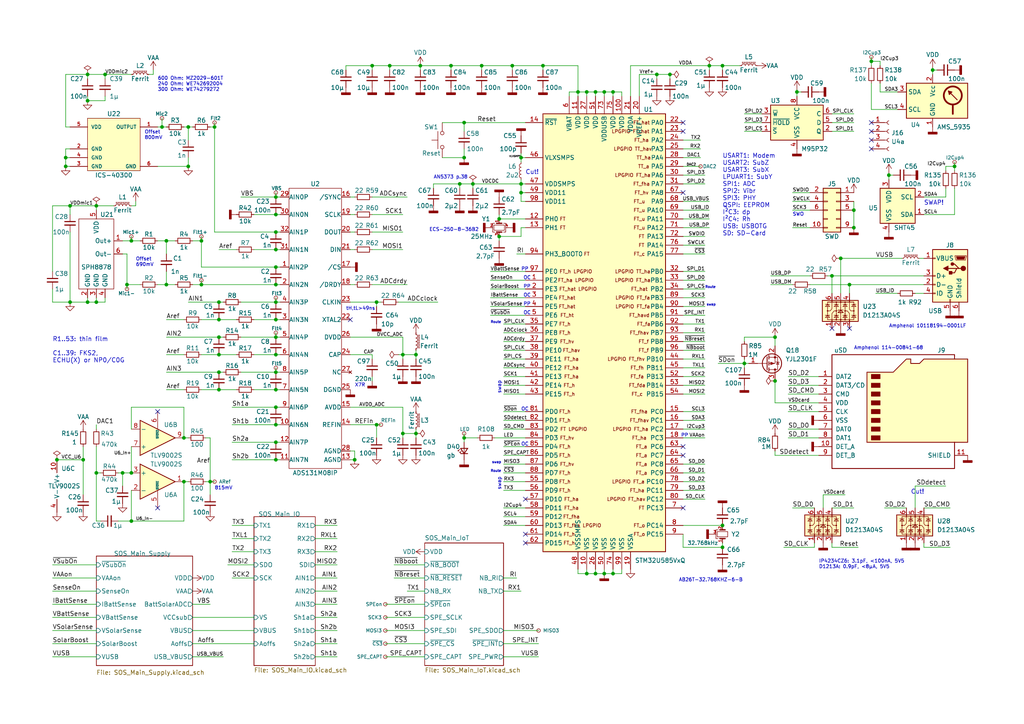
<source format=kicad_sch>
(kicad_sch (version 20211123) (generator eeschema)
  (paper "A4")
  (title_block (title "SOS Main") (date "2023-08-15") (rev "01.01") (comment 1 "CC BY 4.0"))
  (junction (at 27.94 59.69))
  (junction (at 175.26 26.67))
  (junction (at 35.56 137.16))
  (junction (at 133.35 53.34))
  (junction (at 270.51 20.32))
  (junction (at 27.94 137.16))
  (junction (at 80.01 87.63))
  (junction (at 276.86 48.26))
  (junction (at 107.95 19.05))
  (junction (at 53.34 127))
  (junction (at 19.05 45.72))
  (junction (at 58.42 82.55))
  (junction (at 243.84 74.93))
  (junction (at 80.01 107.95))
  (junction (at 80.01 82.55))
  (junction (at 121.92 19.05))
  (junction (at 16.51 133.35))
  (junction (at 177.8 166.37))
  (junction (at 134.62 127))
  (junction (at 252.73 17.78))
  (junction (at 25.4 29.21))
  (junction (at 20.32 59.69))
  (junction (at 38.1 137.16))
  (junction (at 120.65 102.87))
  (junction (at 80.01 113.03))
  (junction (at 151.13 45.72))
  (junction (at 80.01 67.31))
  (junction (at 80.01 123.19))
  (junction (at 246.38 82.55))
  (junction (at 46.99 36.83))
  (junction (at 157.48 19.05))
  (junction (at 113.03 19.05))
  (junction (at 190.5 21.59))
  (junction (at 172.72 26.67))
  (junction (at 120.65 125.73))
  (junction (at 19.05 48.26))
  (junction (at 80.01 102.87))
  (junction (at 247.65 60.96))
  (junction (at 53.34 139.7))
  (junction (at 54.61 36.83))
  (junction (at 172.72 166.37))
  (junction (at 209.55 158.75))
  (junction (at 137.16 53.34))
  (junction (at 224.79 110.49))
  (junction (at 63.5 97.79))
  (junction (at 80.01 77.47))
  (junction (at 144.78 68.58))
  (junction (at 215.9 105.41))
  (junction (at 130.81 19.05))
  (junction (at 20.32 87.63))
  (junction (at 209.55 152.4))
  (junction (at 80.01 97.79))
  (junction (at 80.01 92.71))
  (junction (at 148.59 19.05))
  (junction (at 25.4 21.59))
  (junction (at 30.48 21.59))
  (junction (at 231.14 26.67))
  (junction (at 134.62 45.72))
  (junction (at 247.65 66.04))
  (junction (at 27.94 87.63))
  (junction (at 257.81 50.8))
  (junction (at 116.84 102.87))
  (junction (at 177.8 26.67))
  (junction (at 80.01 133.35))
  (junction (at 167.64 26.67))
  (junction (at 175.26 166.37))
  (junction (at 144.78 63.5))
  (junction (at 38.1 151.13))
  (junction (at 170.18 26.67))
  (junction (at 80.01 72.39))
  (junction (at 102.87 133.35))
  (junction (at 170.18 166.37))
  (junction (at 80.01 62.23))
  (junction (at 80.01 118.11))
  (junction (at 134.62 35.56))
  (junction (at 241.3 80.01))
  (junction (at 109.22 87.63))
  (junction (at 62.23 36.83))
  (junction (at 36.83 82.55))
  (junction (at 194.31 21.59))
  (junction (at 24.13 133.35))
  (junction (at 63.5 107.95))
  (junction (at 151.13 55.88))
  (junction (at 48.26 82.55))
  (junction (at 151.13 53.34))
  (junction (at 109.22 123.19))
  (junction (at 63.5 87.63))
  (junction (at 60.96 139.7))
  (junction (at 209.55 19.05))
  (junction (at 63.5 92.71))
  (junction (at 48.26 69.85))
  (junction (at 38.1 69.85))
  (junction (at 63.5 113.03))
  (junction (at 139.7 19.05))
  (junction (at 54.61 48.26))
  (junction (at 205.74 19.05))
  (junction (at 25.4 87.63))
  (junction (at 80.01 57.15))
  (junction (at 224.79 97.79))
  (junction (at 63.5 102.87))
  (junction (at 80.01 128.27))
  (junction (at 58.42 69.85))
  (junction (at 116.84 125.73))
  (no_connect (at 198.12 132.08))
  (no_connect (at 198.12 38.1))
  (no_connect (at 101.6 92.71))
  (no_connect (at 252.73 43.18))
  (no_connect (at 252.73 40.64))
  (no_connect (at 252.73 35.56))
  (no_connect (at 45.72 119.38))
  (no_connect (at 252.73 38.1))
  (no_connect (at 152.4 157.48))
  (no_connect (at 198.12 129.54))
  (no_connect (at 198.12 55.88))
  (no_connect (at 45.72 147.32))
  (no_connect (at 198.12 147.32))
  (no_connect (at 152.4 154.94))
  (no_connect (at 241.3 95.25))
  (no_connect (at 246.38 95.25))
  (no_connect (at 198.12 35.56))
  (no_connect (at 152.4 144.78))
  (wire (pts (xy 111.76 190.5) (xy 123.19 190.5)))
  (wire (pts (xy 54.61 48.26) (xy 45.72 48.26)))
  (wire (pts (xy 20.32 87.63) (xy 25.4 87.63)))
  (wire (pts (xy 27.94 129.54) (xy 27.94 137.16)))
  (wire (pts (xy 15.24 190.5) (xy 27.94 190.5)))
  (wire (pts (xy 35.56 137.16) (xy 35.56 140.97)))
  (wire (pts (xy 120.65 101.6) (xy 120.65 102.87)))
  (wire (pts (xy 91.44 190.5) (xy 97.79 190.5)))
  (wire (pts (xy 228.6 111.76) (xy 237.49 111.76)))
  (wire (pts (xy 107.95 19.05) (xy 100.33 19.05)))
  (wire (pts (xy 107.95 72.39) (xy 116.84 72.39)))
  (wire (pts (xy 223.52 80.01) (xy 234.95 80.01)))
  (wire (pts (xy 80.01 113.03) (xy 81.28 113.03)))
  (wire (pts (xy 198.12 73.66) (xy 204.47 73.66)))
  (wire (pts (xy 177.8 26.67) (xy 175.26 26.67)))
  (wire (pts (xy 276.86 62.23) (xy 267.97 62.23)))
  (wire (pts (xy 59.69 127) (xy 60.96 127)))
  (wire (pts (xy 267.97 147.32) (xy 275.59 147.32)))
  (wire (pts (xy 246.38 82.55) (xy 246.38 85.09)))
  (wire (pts (xy 215.9 104.14) (xy 215.9 105.41)))
  (wire (pts (xy 80.01 133.35) (xy 81.28 133.35)))
  (wire (pts (xy 27.94 86.36) (xy 27.94 87.63)))
  (wire (pts (xy 130.81 19.05) (xy 130.81 20.32)))
  (wire (pts (xy 81.28 118.11) (xy 80.01 118.11)))
  (wire (pts (xy 228.6 119.38) (xy 237.49 119.38)))
  (wire (pts (xy 208.28 105.41) (xy 215.9 105.41)))
  (wire (pts (xy 270.51 20.32) (xy 270.51 21.59)))
  (wire (pts (xy 231.14 26.035) (xy 231.14 26.67)))
  (wire (pts (xy 276.86 46.99) (xy 276.86 48.26)))
  (wire (pts (xy 27.94 59.69) (xy 27.94 60.96)))
  (wire (pts (xy 25.4 29.21) (xy 30.48 29.21)))
  (wire (pts (xy 157.48 19.05) (xy 148.59 19.05)))
  (wire (pts (xy 198.12 91.44) (xy 204.47 91.44)))
  (wire (pts (xy 274.32 48.26) (xy 274.32 49.53)))
  (wire (pts (xy 234.95 58.42) (xy 229.87 58.42)))
  (wire (pts (xy 274.32 57.15) (xy 267.97 57.15)))
  (wire (pts (xy 254 85.09) (xy 260.35 85.09)))
  (wire (pts (xy 247.65 147.32) (xy 241.3 147.32)))
  (wire (pts (xy 27.94 151.13) (xy 27.94 137.16)))
  (wire (pts (xy 198.12 142.24) (xy 204.47 142.24)))
  (wire (pts (xy 80.01 97.79) (xy 80.01 96.52)))
  (wire (pts (xy 241.3 80.01) (xy 267.97 80.01)))
  (wire (pts (xy 55.88 69.85) (xy 58.42 69.85)))
  (wire (pts (xy 177.8 27.94) (xy 177.8 26.67)))
  (wire (pts (xy 63.5 97.79) (xy 64.77 97.79)))
  (wire (pts (xy 30.48 86.36) (xy 30.48 87.63)))
  (wire (pts (xy 111.76 175.26) (xy 123.19 175.26)))
  (wire (pts (xy 238.76 143.51) (xy 238.76 147.32)))
  (wire (pts (xy 19.05 45.72) (xy 19.05 43.18)))
  (wire (pts (xy 252.73 16.51) (xy 252.73 17.78)))
  (wire (pts (xy 30.48 21.59) (xy 38.1 21.59)))
  (wire (pts (xy 139.7 19.05) (xy 139.7 20.32)))
  (wire (pts (xy 125.73 54.61) (xy 125.73 53.34)))
  (wire (pts (xy 167.64 26.67) (xy 165.1 26.67)))
  (wire (pts (xy 118.11 171.45) (xy 123.19 171.45)))
  (wire (pts (xy 101.6 97.79) (xy 116.84 97.79)))
  (wire (pts (xy 48.26 78.74) (xy 48.26 82.55)))
  (wire (pts (xy 243.84 74.93) (xy 243.84 85.09)))
  (wire (pts (xy 198.12 60.96) (xy 205.74 60.96)))
  (wire (pts (xy 146.05 182.88) (xy 156.21 182.88)))
  (wire (pts (xy 151.13 44.45) (xy 151.13 45.72)))
  (wire (pts (xy 91.44 160.02) (xy 97.79 160.02)))
  (wire (pts (xy 167.64 27.94) (xy 167.64 26.67)))
  (wire (pts (xy 54.61 36.83) (xy 55.88 36.83)))
  (wire (pts (xy 234.95 55.88) (xy 229.87 55.88)))
  (wire (pts (xy 224.79 110.49) (xy 224.79 116.84)))
  (wire (pts (xy 261.62 74.93) (xy 243.84 74.93)))
  (wire (pts (xy 116.84 97.79) (xy 116.84 102.87)))
  (wire (pts (xy 198.12 40.64) (xy 203.2 40.64)))
  (wire (pts (xy 24.13 133.35) (xy 24.13 143.51)))
  (wire (pts (xy 58.42 81.28) (xy 58.42 82.55)))
  (wire (pts (xy 16.51 133.35) (xy 24.13 133.35)))
  (wire (pts (xy 38.1 129.54) (xy 38.1 137.16)))
  (wire (pts (xy 55.88 190.5) (xy 64.77 190.5)))
  (wire (pts (xy 190.5 21.59) (xy 194.31 21.59)))
  (wire (pts (xy 265.43 85.09) (xy 267.97 85.09)))
  (wire (pts (xy 100.33 19.05) (xy 100.33 20.32)))
  (wire (pts (xy 80.01 77.47) (xy 81.28 77.47)))
  (wire (pts (xy 241.3 80.01) (xy 241.3 85.09)))
  (wire (pts (xy 146.05 101.6) (xy 152.4 101.6)))
  (wire (pts (xy 157.48 19.05) (xy 157.48 20.32)))
  (wire (pts (xy 224.79 132.08) (xy 237.49 132.08)))
  (wire (pts (xy 198.12 83.82) (xy 204.47 83.82)))
  (wire (pts (xy 198.12 139.7) (xy 204.47 139.7)))
  (wire (pts (xy 151.13 55.88) (xy 151.13 58.42)))
  (wire (pts (xy 224.79 130.81) (xy 224.79 132.08)))
  (wire (pts (xy 134.62 43.18) (xy 134.62 45.72)))
  (wire (pts (xy 146.05 190.5) (xy 156.21 190.5)))
  (wire (pts (xy 121.92 19.05) (xy 121.92 20.32)))
  (wire (pts (xy 48.26 97.79) (xy 63.5 97.79)))
  (wire (pts (xy 53.34 127) (xy 54.61 127)))
  (wire (pts (xy 80.01 62.23) (xy 81.28 62.23)))
  (wire (pts (xy 15.24 167.64) (xy 27.94 167.64)))
  (wire (pts (xy 149.86 73.66) (xy 152.4 73.66)))
  (wire (pts (xy 234.95 66.04) (xy 229.87 66.04)))
  (wire (pts (xy 101.6 67.31) (xy 102.87 67.31)))
  (wire (pts (xy 36.83 73.66) (xy 36.83 82.55)))
  (wire (pts (xy 146.05 132.08) (xy 152.4 132.08)))
  (wire (pts (xy 67.31 118.11) (xy 80.01 118.11)))
  (wire (pts (xy 63.5 113.03) (xy 68.58 113.03)))
  (wire (pts (xy 267.97 157.48) (xy 267.97 158.75)))
  (wire (pts (xy 109.22 127) (xy 109.22 123.19)))
  (wire (pts (xy 80.01 72.39) (xy 81.28 72.39)))
  (wire (pts (xy 151.13 58.42) (xy 152.4 58.42)))
  (wire (pts (xy 151.13 55.88) (xy 152.4 55.88)))
  (wire (pts (xy 215.9 33.02) (xy 220.98 33.02)))
  (wire (pts (xy 109.22 123.19) (xy 110.49 123.19)))
  (wire (pts (xy 137.16 53.34) (xy 151.13 53.34)))
  (wire (pts (xy 60.96 127) (xy 60.96 139.7)))
  (wire (pts (xy 270.51 19.685) (xy 270.51 20.32)))
  (wire (pts (xy 146.05 99.06) (xy 152.4 99.06)))
  (wire (pts (xy 35.56 137.16) (xy 38.1 137.16)))
  (wire (pts (xy 35.56 73.66) (xy 36.83 73.66)))
  (wire (pts (xy 58.42 113.03) (xy 63.5 113.03)))
  (wire (pts (xy 198.12 68.58) (xy 204.47 68.58)))
  (wire (pts (xy 80.01 102.87) (xy 81.28 102.87)))
  (wire (pts (xy 27.94 123.19) (xy 27.94 124.46)))
  (wire (pts (xy 29.21 151.13) (xy 27.94 151.13)))
  (wire (pts (xy 170.18 27.94) (xy 170.18 26.67)))
  (wire (pts (xy 252.73 24.13) (xy 252.73 31.75)))
  (wire (pts (xy 146.05 104.14) (xy 152.4 104.14)))
  (wire (pts (xy 165.1 27.94) (xy 165.1 26.67)))
  (wire (pts (xy 139.7 19.05) (xy 130.81 19.05)))
  (wire (pts (xy 234.95 60.96) (xy 229.87 60.96)))
  (wire (pts (xy 15.24 175.26) (xy 27.94 175.26)))
  (wire (pts (xy 116.84 118.11) (xy 116.84 125.73)))
  (wire (pts (xy 81.28 107.95) (xy 80.01 107.95)))
  (wire (pts (xy 146.05 119.38) (xy 152.4 119.38)))
  (wire (pts (xy 58.42 92.71) (xy 63.5 92.71)))
  (wire (pts (xy 231.14 26.67) (xy 232.41 26.67)))
  (wire (pts (xy 234.95 82.55) (xy 246.38 82.55)))
  (wire (pts (xy 241.3 157.48) (xy 241.3 158.75)))
  (wire (pts (xy 66.04 163.83) (xy 73.66 163.83)))
  (wire (pts (xy 198.12 111.76) (xy 204.47 111.76)))
  (wire (pts (xy 146.05 129.54) (xy 152.4 129.54)))
  (wire (pts (xy 198.12 124.46) (xy 204.47 124.46)))
  (wire (pts (xy 130.81 19.05) (xy 121.92 19.05)))
  (wire (pts (xy 53.34 139.7) (xy 54.61 139.7)))
  (wire (pts (xy 55.88 175.26) (xy 60.96 175.26)))
  (wire (pts (xy 151.13 66.04) (xy 151.13 68.58)))
  (wire (pts (xy 15.24 87.63) (xy 20.32 87.63)))
  (wire (pts (xy 142.24 83.82) (xy 152.4 83.82)))
  (wire (pts (xy 146.05 142.24) (xy 152.4 142.24)))
  (wire (pts (xy 133.35 53.34) (xy 137.16 53.34)))
  (wire (pts (xy 241.3 33.02) (xy 247.65 33.02)))
  (wire (pts (xy 25.4 21.59) (xy 25.4 22.86)))
  (wire (pts (xy 34.29 151.13) (xy 38.1 151.13)))
  (wire (pts (xy 25.4 86.36) (xy 25.4 87.63)))
  (wire (pts (xy 19.05 48.26) (xy 20.32 48.26)))
  (wire (pts (xy 107.95 109.22) (xy 107.95 110.49)))
  (wire (pts (xy 102.87 133.35) (xy 101.6 133.35)))
  (wire (pts (xy 198.12 50.8) (xy 204.47 50.8)))
  (wire (pts (xy 27.94 137.16) (xy 29.21 137.16)))
  (wire (pts (xy 19.05 21.59) (xy 19.05 36.83)))
  (wire (pts (xy 209.55 19.05) (xy 214.63 19.05)))
  (wire (pts (xy 107.95 67.31) (xy 116.84 67.31)))
  (wire (pts (xy 116.84 102.87) (xy 115.57 102.87)))
  (wire (pts (xy 265.43 147.32) (xy 265.43 140.97)))
  (wire (pts (xy 58.42 77.47) (xy 80.01 77.47)))
  (wire (pts (xy 101.6 102.87) (xy 107.95 102.87)))
  (wire (pts (xy 48.26 82.55) (xy 50.8 82.55)))
  (wire (pts (xy 15.24 83.82) (xy 15.24 87.63)))
  (wire (pts (xy 80.01 123.19) (xy 81.28 123.19)))
  (wire (pts (xy 198.12 88.9) (xy 204.47 88.9)))
  (wire (pts (xy 63.5 107.95) (xy 64.77 107.95)))
  (wire (pts (xy 146.05 137.16) (xy 152.4 137.16)))
  (wire (pts (xy 48.26 69.85) (xy 50.8 69.85)))
  (wire (pts (xy 80.01 57.15) (xy 80.01 55.88)))
  (wire (pts (xy 116.84 102.87) (xy 116.84 104.14)))
  (wire (pts (xy 58.42 102.87) (xy 63.5 102.87)))
  (wire (pts (xy 43.18 21.59) (xy 44.45 21.59)))
  (wire (pts (xy 255.27 24.13) (xy 255.27 26.67)))
  (wire (pts (xy 114.3 163.83) (xy 123.19 163.83)))
  (wire (pts (xy 69.85 107.95) (xy 80.01 107.95)))
  (wire (pts (xy 19.05 43.18) (xy 20.32 43.18)))
  (wire (pts (xy 45.72 36.83) (xy 46.99 36.83)))
  (wire (pts (xy 73.66 92.71) (xy 80.01 92.71)))
  (wire (pts (xy 142.24 81.28) (xy 152.4 81.28)))
  (wire (pts (xy 198.12 71.12) (xy 204.47 71.12)))
  (wire (pts (xy 91.44 152.4) (xy 97.79 152.4)))
  (wire (pts (xy 252.73 31.75) (xy 260.35 31.75)))
  (wire (pts (xy 185.42 27.94) (xy 185.42 21.59)))
  (wire (pts (xy 39.37 58.42) (xy 39.37 59.69)))
  (wire (pts (xy 172.72 166.37) (xy 175.26 166.37)))
  (wire (pts (xy 240.03 80.01) (xy 241.3 80.01)))
  (wire (pts (xy 128.27 35.56) (xy 134.62 35.56)))
  (wire (pts (xy 198.12 93.98) (xy 204.47 93.98)))
  (wire (pts (xy 146.05 149.86) (xy 152.4 149.86)))
  (wire (pts (xy 146.05 147.32) (xy 152.4 147.32)))
  (wire (pts (xy 175.26 165.1) (xy 175.26 166.37)))
  (wire (pts (xy 139.7 19.05) (xy 148.59 19.05)))
  (wire (pts (xy 182.88 19.05) (xy 205.74 19.05)))
  (wire (pts (xy 255.27 17.78) (xy 252.73 17.78)))
  (wire (pts (xy 81.28 57.15) (xy 80.01 57.15)))
  (wire (pts (xy 177.8 165.1) (xy 177.8 166.37)))
  (wire (pts (xy 107.95 102.87) (xy 107.95 104.14)))
  (wire (pts (xy 170.18 26.67) (xy 172.72 26.67)))
  (wire (pts (xy 137.16 53.34) (xy 137.16 54.61)))
  (wire (pts (xy 172.72 165.1) (xy 172.72 166.37)))
  (wire (pts (xy 274.32 54.61) (xy 274.32 57.15)))
  (wire (pts (xy 15.24 59.69) (xy 20.32 59.69)))
  (wire (pts (xy 116.84 125.73) (xy 120.65 125.73)))
  (wire (pts (xy 151.13 68.58) (xy 144.78 68.58)))
  (wire (pts (xy 67.31 133.35) (xy 80.01 133.35)))
  (wire (pts (xy 144.78 62.23) (xy 144.78 63.5)))
  (wire (pts (xy 45.72 82.55) (xy 48.26 82.55)))
  (wire (pts (xy 81.28 128.27) (xy 80.01 128.27)))
  (wire (pts (xy 180.34 27.94) (xy 180.34 26.67)))
  (wire (pts (xy 267.97 158.75) (xy 275.59 158.75)))
  (wire (pts (xy 142.24 86.36) (xy 152.4 86.36)))
  (wire (pts (xy 60.96 36.83) (xy 62.23 36.83)))
  (wire (pts (xy 152.4 66.04) (xy 151.13 66.04)))
  (wire (pts (xy 198.12 48.26) (xy 203.2 48.26)))
  (wire (pts (xy 276.86 48.26) (xy 276.86 49.53)))
  (wire (pts (xy 170.18 165.1) (xy 170.18 166.37)))
  (wire (pts (xy 151.13 52.07) (xy 151.13 53.34)))
  (wire (pts (xy 146.05 139.7) (xy 152.4 139.7)))
  (wire (pts (xy 148.59 19.05) (xy 148.59 20.32)))
  (wire (pts (xy 53.34 36.83) (xy 54.61 36.83)))
  (wire (pts (xy 62.23 35.56) (xy 62.23 36.83)))
  (wire (pts (xy 266.7 74.93) (xy 267.97 74.93)))
  (wire (pts (xy 167.64 165.1) (xy 167.64 166.37)))
  (wire (pts (xy 255.27 26.67) (xy 260.35 26.67)))
  (wire (pts (xy 38.1 69.85) (xy 40.64 69.85)))
  (wire (pts (xy 146.05 121.92) (xy 152.4 121.92)))
  (wire (pts (xy 198.12 134.62) (xy 204.47 134.62)))
  (wire (pts (xy 198.12 152.4) (xy 209.55 152.4)))
  (wire (pts (xy 198.12 81.28) (xy 204.47 81.28)))
  (wire (pts (xy 48.26 92.71) (xy 53.34 92.71)))
  (wire (pts (xy 107.95 57.15) (xy 118.11 57.15)))
  (wire (pts (xy 144.78 68.58) (xy 144.78 69.85)))
  (wire (pts (xy 48.26 113.03) (xy 53.34 113.03)))
  (wire (pts (xy 45.72 69.85) (xy 48.26 69.85)))
  (wire (pts (xy 48.26 69.85) (xy 48.26 73.66)))
  (wire (pts (xy 245.11 143.51) (xy 238.76 143.51)))
  (wire (pts (xy 24.13 129.54) (xy 24.13 133.35)))
  (wire (pts (xy 91.44 182.88) (xy 97.79 182.88)))
  (wire (pts (xy 39.37 59.69) (xy 38.1 59.69)))
  (wire (pts (xy 198.12 154.94) (xy 198.12 158.75)))
  (wire (pts (xy 236.22 158.75) (xy 236.22 157.48)))
  (wire (pts (xy 223.52 82.55) (xy 229.87 82.55)))
  (wire (pts (xy 198.12 104.14) (xy 204.47 104.14)))
  (wire (pts (xy 80.01 92.71) (xy 81.28 92.71)))
  (wire (pts (xy 73.66 102.87) (xy 80.01 102.87)))
  (wire (pts (xy 151.13 53.34) (xy 152.4 53.34)))
  (wire (pts (xy 198.12 114.3) (xy 204.47 114.3)))
  (wire (pts (xy 228.6 114.3) (xy 237.49 114.3)))
  (wire (pts (xy 15.24 186.69) (xy 27.94 186.69)))
  (wire (pts (xy 198.12 121.92) (xy 204.47 121.92)))
  (wire (pts (xy 55.88 179.07) (xy 73.66 179.07)))
  (wire (pts (xy 198.12 99.06) (xy 204.47 99.06)))
  (wire (pts (xy 151.13 46.99) (xy 151.13 45.72)))
  (wire (pts (xy 109.22 123.19) (xy 101.6 123.19)))
  (wire (pts (xy 46.99 34.29) (xy 46.99 36.83)))
  (wire (pts (xy 60.96 139.7) (xy 62.23 139.7)))
  (wire (pts (xy 55.88 182.88) (xy 73.66 182.88)))
  (wire (pts (xy 48.26 107.95) (xy 63.5 107.95)))
  (wire (pts (xy 185.42 21.59) (xy 190.5 21.59)))
  (wire (pts (xy 215.9 99.06) (xy 215.9 97.79)))
  (wire (pts (xy 101.6 118.11) (xy 116.84 118.11)))
  (wire (pts (xy 170.18 26.67) (xy 167.64 26.67)))
  (wire (pts (xy 55.88 82.55) (xy 58.42 82.55)))
  (wire (pts (xy 198.12 101.6) (xy 204.47 101.6)))
  (wire (pts (xy 35.56 69.85) (xy 38.1 69.85)))
  (wire (pts (xy 102.87 133.35) (xy 102.87 130.81)))
  (wire (pts (xy 25.4 87.63) (xy 27.94 87.63)))
  (wire (pts (xy 257.81 50.8) (xy 257.81 52.07)))
  (wire (pts (xy 246.38 82.55) (xy 267.97 82.55)))
  (wire (pts (xy 215.9 97.79) (xy 224.79 97.79)))
  (wire (pts (xy 69.85 97.79) (xy 80.01 97.79)))
  (wire (pts (xy 209.55 158.75) (xy 209.55 157.48)))
  (wire (pts (xy 229.87 147.32) (xy 236.22 147.32)))
  (wire (pts (xy 15.24 78.74) (xy 15.24 59.69)))
  (wire (pts (xy 133.35 53.34) (xy 133.35 54.61)))
  (wire (pts (xy 215.9 38.1) (xy 220.98 38.1)))
  (wire (pts (xy 146.05 124.46) (xy 152.4 124.46)))
  (wire (pts (xy 146.05 167.64) (xy 149.86 167.64)))
  (wire (pts (xy 34.29 137.16) (xy 35.56 137.16)))
  (wire (pts (xy 30.48 87.63) (xy 27.94 87.63)))
  (wire (pts (xy 15.24 163.83) (xy 27.94 163.83)))
  (wire (pts (xy 62.23 67.31) (xy 80.01 67.31)))
  (wire (pts (xy 80.01 86.36) (xy 80.01 87.63)))
  (wire (pts (xy 44.45 21.59) (xy 44.45 20.32)))
  (wire (pts (xy 91.44 186.69) (xy 97.79 186.69)))
  (wire (pts (xy 247.65 66.04) (xy 247.65 60.96)))
  (wire (pts (xy 182.88 27.94) (xy 182.88 19.05)))
  (wire (pts (xy 194.31 21.59) (xy 194.31 22.86)))
  (wire (pts (xy 146.05 152.4) (xy 152.4 152.4)))
  (wire (pts (xy 224.79 116.84) (xy 237.49 116.84)))
  (wire (pts (xy 120.65 125.73) (xy 120.65 127)))
  (wire (pts (xy 151.13 45.72) (xy 152.4 45.72)))
  (wire (pts (xy 19.05 21.59) (xy 25.4 21.59)))
  (wire (pts (xy 116.84 127) (xy 116.84 125.73)))
  (wire (pts (xy 115.57 87.63) (xy 127 87.63)))
  (wire (pts (xy 25.4 27.94) (xy 25.4 29.21)))
  (wire (pts (xy 15.24 171.45) (xy 27.94 171.45)))
  (wire (pts (xy 109.22 87.63) (xy 109.22 88.9)))
  (wire (pts (xy 30.48 29.21) (xy 30.48 27.94)))
  (wire (pts (xy 113.03 19.05) (xy 107.95 19.05)))
  (wire (pts (xy 205.74 19.05) (xy 209.55 19.05)))
  (wire (pts (xy 19.05 45.72) (xy 20.32 45.72)))
  (wire (pts (xy 101.6 82.55) (xy 102.87 82.55)))
  (wire (pts (xy 91.44 179.07) (xy 97.79 179.07)))
  (wire (pts (xy 167.64 19.05) (xy 167.64 26.67)))
  (wire (pts (xy 175.26 26.67) (xy 172.72 26.67)))
  (wire (pts (xy 114.3 167.64) (xy 123.19 167.64)))
  (wire (pts (xy 20.32 59.69) (xy 20.32 62.23)))
  (wire (pts (xy 38.1 151.13) (xy 53.34 151.13)))
  (wire (pts (xy 54.61 87.63) (xy 63.5 87.63)))
  (wire (pts (xy 80.01 87.63) (xy 81.28 87.63)))
  (wire (pts (xy 73.66 113.03) (xy 80.01 113.03)))
  (wire (pts (xy 101.6 72.39) (xy 102.87 72.39)))
  (wire (pts (xy 215.9 105.41) (xy 217.17 105.41)))
  (wire (pts (xy 116.84 102.87) (xy 120.65 102.87)))
  (wire (pts (xy 36.83 82.55) (xy 40.64 82.55)))
  (wire (pts (xy 231.14 26.67) (xy 231.14 27.94)))
  (wire (pts (xy 107.95 19.05) (xy 107.95 20.32)))
  (wire (pts (xy 146.05 171.45) (xy 151.13 171.45)))
  (wire (pts (xy 265.43 140.97) (xy 274.32 140.97)))
  (wire (pts (xy 20.32 36.83) (xy 19.05 36.83)))
  (wire (pts (xy 113.03 19.05) (xy 113.03 20.32)))
  (wire (pts (xy 198.12 106.68) (xy 204.47 106.68)))
  (wire (pts (xy 67.31 160.02) (xy 73.66 160.02)))
  (wire (pts (xy 15.24 179.07) (xy 27.94 179.07)))
  (wire (pts (xy 170.18 166.37) (xy 172.72 166.37)))
  (wire (pts (xy 256.54 147.32) (xy 262.89 147.32)))
  (wire (pts (xy 25.4 21.59) (xy 30.48 21.59)))
  (wire (pts (xy 167.64 166.37) (xy 170.18 166.37)))
  (wire (pts (xy 172.72 27.94) (xy 172.72 26.67)))
  (wire (pts (xy 276.86 54.61) (xy 276.86 62.23)))
  (wire (pts (xy 19.05 48.26) (xy 19.05 45.72)))
  (wire (pts (xy 128.27 45.72) (xy 134.62 45.72)))
  (wire (pts (xy 101.6 87.63) (xy 109.22 87.63)))
  (wire (pts (xy 30.48 21.59) (xy 30.48 22.86)))
  (wire (pts (xy 58.42 82.55) (xy 80.01 82.55)))
  (wire (pts (xy 134.62 127) (xy 134.62 128.27)))
  (wire (pts (xy 204.47 53.34) (xy 198.12 53.34)))
  (wire (pts (xy 134.62 35.56) (xy 152.4 35.56)))
  (wire (pts (xy 58.42 69.85) (xy 58.42 77.47)))
  (wire (pts (xy 180.34 165.1) (xy 180.34 166.37)))
  (wire (pts (xy 54.61 36.83) (xy 54.61 40.64)))
  (wire (pts (xy 228.6 127) (xy 237.49 127)))
  (wire (pts (xy 67.31 156.21) (xy 73.66 156.21)))
  (wire (pts (xy 146.05 93.98) (xy 152.4 93.98)))
  (wire (pts (xy 198.12 66.04) (xy 205.74 66.04)))
  (wire (pts (xy 198.12 109.22) (xy 204.47 109.22)))
  (wire (pts (xy 59.69 139.7) (xy 60.96 139.7)))
  (wire (pts (xy 91.44 175.26) (xy 97.79 175.26)))
  (wire (pts (xy 60.96 143.51) (xy 60.96 139.7)))
  (wire (pts (xy 91.44 156.21) (xy 97.79 156.21)))
  (wire (pts (xy 198.12 63.5) (xy 205.74 63.5)))
  (wire (pts (xy 157.48 19.05) (xy 167.64 19.05)))
  (wire (pts (xy 54.61 45.72) (xy 54.61 48.26)))
  (wire (pts (xy 120.65 124.46) (xy 120.65 125.73)))
  (wire (pts (xy 198.12 45.72) (xy 203.2 45.72)))
  (wire (pts (xy 111.76 182.88) (xy 123.19 182.88)))
  (wire (pts (xy 180.34 26.67) (xy 177.8 26.67)))
  (wire (pts (xy 58.42 68.58) (xy 58.42 69.85)))
  (wire (pts (xy 146.05 114.3) (xy 152.4 114.3)))
  (wire (pts (xy 276.86 48.26) (xy 274.32 48.26)))
  (wire (pts (xy 27.94 59.69) (xy 33.02 59.69)))
  (wire (pts (xy 198.12 119.38) (xy 204.47 119.38)))
  (wire (pts (xy 101.6 62.23) (xy 102.87 62.23)))
  (wire (pts (xy 111.76 186.69) (xy 123.19 186.69)))
  (wire (pts (xy 209.55 19.05) (xy 209.55 20.32)))
  (wire (pts (xy 80.01 107.95) (xy 80.01 106.68)))
  (wire (pts (xy 134.62 127) (xy 138.43 127)))
  (wire (pts (xy 215.9 35.56) (xy 220.98 35.56)))
  (wire (pts (xy 53.34 151.13) (xy 53.34 139.7)))
  (wire (pts (xy 107.95 82.55) (xy 118.11 82.55)))
  (wire (pts (xy 48.26 102.87) (xy 53.34 102.87)))
  (wire (pts (xy 62.23 36.83) (xy 62.23 67.31)))
  (wire (pts (xy 63.5 87.63) (xy 64.77 87.63)))
  (wire (pts (xy 109.22 87.63) (xy 110.49 87.63)))
  (wire (pts (xy 177.8 166.37) (xy 175.26 166.37)))
  (wire (pts (xy 91.44 167.64) (xy 97.79 167.64)))
  (wire (pts (xy 198.12 158.75) (xy 209.55 158.75)))
  (wire (pts (xy 20.32 67.31) (xy 20.32 87.63)))
  (wire (pts (xy 144.78 63.5) (xy 152.4 63.5)))
  (wire (pts (xy 81.28 97.79) (xy 80.01 97.79)))
  (wire (pts (xy 38.1 118.11) (xy 53.34 118.11)))
  (wire (pts (xy 101.6 57.15) (xy 102.87 57.15)))
  (wire (pts (xy 20.32 59.69) (xy 27.94 59.69)))
  (wire (pts (xy 146.05 106.68) (xy 152.4 106.68)))
  (wire (pts (xy 55.88 186.69) (xy 73.66 186.69)))
  (wire (pts (xy 134.62 35.56) (xy 134.62 38.1)))
  (wire (pts (xy 198.12 96.52) (xy 204.47 96.52)))
  (wire (pts (xy 198.12 86.36) (xy 204.47 86.36)))
  (wire (pts (xy 67.31 123.19) (xy 80.01 123.19)))
  (wire (pts (xy 205.74 20.32) (xy 205.74 19.05)))
  (wire (pts (xy 67.31 152.4) (xy 73.66 152.4)))
  (wire (pts (xy 255.27 17.78) (xy 255.27 19.05)))
  (wire (pts (xy 247.65 60.96) (xy 247.65 58.42)))
  (wire (pts (xy 198.12 43.18) (xy 203.2 43.18)))
  (wire (pts (xy 241.3 35.56) (xy 247.65 35.56)))
  (wire (pts (xy 257.81 50.8) (xy 259.08 50.8)))
  (wire (pts (xy 228.6 124.46) (xy 237.49 124.46)))
  (wire (pts (xy 46.99 36.83) (xy 48.26 36.83)))
  (wire (pts (xy 69.85 57.15) (xy 80.01 57.15)))
  (wire (pts (xy 198.12 137.16) (xy 204.47 137.16)))
  (wire (pts (xy 146.05 134.62) (xy 152.4 134.62)))
  (wire (pts (xy 73.66 62.23) (xy 80.01 62.23)))
  (wire (pts (xy 142.24 78.74) (xy 152.4 78.74)))
  (wire (pts (xy 146.05 111.76) (xy 152.4 111.76)))
  (wire (pts (xy 241.3 38.1) (xy 247.65 38.1)))
  (wire (pts (xy 120.65 102.87) (xy 120.65 104.14)))
  (wire (pts (xy 257.81 50.165) (xy 257.81 50.8)))
  (wire (pts (xy 146.05 96.52) (xy 152.4 96.52)))
  (wire (pts (xy 151.13 53.34) (xy 151.13 55.88)))
  (wire (pts (xy 38.1 124.46) (xy 38.1 118.11)))
  (wire (pts (xy 36.83 82.55) (xy 36.83 83.82)))
  (wire (pts (xy 270.51 20.32) (xy 271.78 20.32)))
  (wire (pts (xy 215.9 105.41) (xy 215.9 106.68)))
  (wire (pts (xy 63.5 102.87) (xy 68.58 102.87)))
  (wire (pts (xy 146.05 109.22) (xy 152.4 109.22)))
  (wire (pts (xy 224.79 97.79) (xy 224.79 100.33)))
  (wire (pts (xy 80.01 67.31) (xy 81.28 67.31)))
  (wire (pts (xy 252.73 17.78) (xy 252.73 19.05)))
  (wire (pts (xy 107.95 62.23) (xy 116.84 62.23)))
  (wire (pts (xy 142.24 91.44) (xy 152.4 91.44)))
  (wire (pts (xy 73.66 72.39) (xy 80.01 72.39)))
  (wire (pts (xy 190.5 22.86) (xy 190.5 21.59)))
  (wire (pts (xy 134.62 125.73) (xy 134.62 127)))
  (wire (pts (xy 198.12 144.78) (xy 204.47 144.78)))
  (wire (pts (xy 53.34 118.11) (xy 53.34 127)))
  (wire (pts (xy 180.34 166.37) (xy 177.8 166.37)))
  (wire (pts (xy 125.73 53.34) (xy 133.35 53.34)))
  (wire (pts (xy 111.76 179.07) (xy 123.19 179.07)))
  (wire (pts (xy 67.31 128.27) (xy 80.01 128.27)))
  (wire (pts (xy 69.85 87.63) (xy 80.01 87.63)))
  (wire (pts (xy 102.87 130.81) (xy 101.6 130.81)))
  (wire (pts (xy 142.24 88.9) (xy 152.4 88.9)))
  (wire (pts (xy 175.26 27.94) (xy 175.26 26.67)))
  (wire (pts (xy 228.6 109.22) (xy 237.49 109.22)))
  (wire (pts (xy 146.05 186.69) (xy 156.21 186.69)))
  (wire (pts (xy 227.33 158.75) (xy 236.22 158.75)))
  (wire (pts (xy 198.12 58.42) (xy 205.74 58.42)))
  (wire (pts (xy 81.28 82.55) (xy 80.01 82.55)))
  (wire (pts (xy 91.44 163.83) (xy 97.79 163.83)))
  (wire (pts (xy 63.5 92.71) (xy 68.58 92.71)))
  (wire (pts (xy 15.24 182.88) (xy 27.94 182.88)))
  (wire (pts (xy 241.3 158.75) (xy 248.92 158.75)))
  (wire (pts (xy 143.51 127) (xy 152.4 127)))
  (wire (pts (xy 91.44 171.45) (xy 97.79 171.45)))
  (wire (pts (xy 67.31 167.64) (xy 73.66 167.64)))
  (wire (pts (xy 198.12 127) (xy 204.47 127)))
  (wire (pts (xy 198.12 78.74) (xy 204.47 78.74)))
  (wire (pts (xy 38.1 68.58) (xy 38.1 69.85)))
  (wire (pts (xy 63.5 72.39) (xy 68.58 72.39)))
  (wire (pts (xy 121.92 19.05) (xy 113.03 19.05)))
  (wire (pts (xy 38.1 142.24) (xy 38.1 151.13)))
  (text "swap" (at 207.645 88.9 180) (effects (font (size 0.7 0.7)) (justify right bottom)))
  (text "OC" (at 151.13 129.54 0) (effects (font (size 1 1)) (justify left bottom)))
  (text "OC" (at 151.765 91.44 0) (effects (font (size 1 1)) (justify left bottom)))
  (text "PP" (at 151.13 78.74 0) (effects (font (size 1 1)) (justify left bottom)))
  (text "swap" (at 145.415 114.3 90) (effects (font (size 1 1)) (justify left bottom)))
  (text "swap" (at 145.415 134.62 180) (effects (font (size 0.7 0.7)) (justify right bottom)))
  (text "OC" (at 151.765 86.36 0) (effects (font (size 1 1)) (justify left bottom)))
  (text "IP4234CZ6: 3.1pF, <100nA, 5V5\nD1213A: 0.9pF, <8µA, 5V5" (at 237.49 165.1 0) (effects (font (size 1 1)) (justify left bottom)))
  (text "Cut!" (at 152.4 50.8 0) (effects (font (size 1.27 1.27)) (justify left bottom)))
  (text "AB26T-32.768KHZ-6-B" (at 196.85 168.91 0) (effects (font (size 1 1)) (justify left bottom)))
  (text "PP" (at 151.765 83.82 0) (effects (font (size 1 1)) (justify left bottom)))
  (text "Offset\n690mV" (at 39.37 77.47 0) (effects (font (size 1 1)) (justify left bottom)))
  (text "SWO" (at 229.87 62.865 0) (effects (font (size 1 1)) (justify left bottom)))
  (text "R1..53: thin film\n\nC1..39: FKS2,\nECHU(X) or NP0/C0G" (at 15.24 105.41 0) (effects (font (size 1.27 1.27)) (justify left bottom)))
  (text "Route" (at 145.415 93.98 180) (effects (font (size 0.7 0.7)) (justify right bottom)))
  (text "USART1: Modem\nUSART2: SubZ\nUSART3: SubX\nLPUART1: SubY\nSPI1: ADC\nSPI2: Vibr\nSPI3: PHY\nQSPI: EEPROM\nI²C3: dp\nI²C4: Rh\nUSB: USBOTG\nSD: SD-Card" (at 209.55 68.58 0) (effects (font (size 1.27 1.27)) (justify left bottom)))
  (text "tH,tL>49ns" (at 100.33 90.17 0) (effects (font (size 1 1)) (justify left bottom)))
  (text "ECS-250-8-36B2" (at 124.46 67.31 0) (effects (font (size 1 1)) (justify left bottom)))
  (text "815mV" (at 62.23 142.24 0) (effects (font (size 1 1)) (justify left bottom)))
  (text "X7R" (at 102.87 112.395 0) (effects (font (size 1 1)) (justify left bottom)))
  (text "Cut!" (at 264.16 143.51 0) (effects (font (size 1.27 1.27)) (justify left bottom)))
  (text "AN5373 p.38" (at 125.73 52.07 0) (effects (font (size 1 1)) (justify left bottom)))
  (text "Route" (at 207.645 83.82 180) (effects (font (size 0.7 0.7)) (justify right bottom)))
  (text "PP" (at 151.765 88.9 0) (effects (font (size 1 1)) (justify left bottom)))
  (text "600 Ohm: MZ2029-601T\n240 Ohm: WE742692004\n300 Ohm: WE74279272" (at 45.72 26.67 0) (effects (font (size 1 1)) (justify left bottom)))
  (text "OC" (at 151.765 81.28 0) (effects (font (size 1 1)) (justify left bottom)))
  (text "SWAP!" (at 267.97 59.69 0) (effects (font (size 1.27 1.27)) (justify left bottom)))
  (text "PP" (at 197.485 127 0) (effects (font (size 1 1)) (justify left bottom)))
  (text "OC" (at 151.13 119.38 0) (effects (font (size 1 1)) (justify left bottom)))
  (text "Offset\n800mV" (at 41.91 40.64 0) (effects (font (size 1 1)) (justify left bottom)))
  (text "Route" (at 145.415 137.16 180) (effects (font (size 0.7 0.7)) (justify right bottom)))
  (text "Amphenol 10118194-0001LF" (at 257.81 95.25 0) (effects (font (size 1 1)) (justify left bottom)))
  (text "swap" (at 145.415 142.24 90) (effects (font (size 1 1)) (justify left bottom)))
  (text "Amphenol 114-00841-68" (at 247.65 101.6 0) (effects (font (size 1 1)) (justify left bottom)))
  (label "SolarBoost" (at 15.24 186.69 0))
  (label "SPI_CLK" (at 247.65 33.02 180) (effects (font (size 1 1))))
  (label "I2Cup3" (at 255.27 17.78 0) (effects (font (size 1 1))))
  (label "VDDmic1" (at 20.32 59.69 0) (effects (font (size 1 1))))
  (label "Sh2b" (at 97.79 182.88 180))
  (label "USB_ID" (at 254 85.09 0) (effects (font (size 1 1))))
  (label "ADCdrdy" (at 118.11 82.55 180))
  (label "ADCclock" (at 127 87.63 180))
  (label "Sh1a" (at 97.79 186.69 180))
  (label "VUSB" (at 156.21 190.5 180))
  (label "SCL4" (at 146.05 149.86 0) (effects (font (size 1 1))))
  (label "DAC1" (at 27.94 123.19 0))
  (label "DAC2" (at 201.93 48.26 180) (effects (font (size 0.7 0.7))))
  (label "SD_D3" (at 204.47 142.24 180) (effects (font (size 1 1))))
  (label "SWCLK" (at 204.47 71.12 180) (effects (font (size 1 1))))
  (label "~{SPEon}" (at 114.3 175.26 0))
  (label "RX3" (at 97.79 152.4 180))
  (label "SCL4" (at 267.97 62.23 0) (effects (font (size 1 1))))
  (label "Aref" (at 60.96 134.62 180))
  (label "AIN3" (at 97.79 175.26 180))
  (label "VAAon" (at 15.24 167.64 0))
  (label "SD_CLK" (at 204.47 144.78 180) (effects (font (size 1 1))))
  (label "SCK3" (at 204.47 86.36 180) (effects (font (size 1 1))))
  (label "USB_DM" (at 223.52 82.55 0) (effects (font (size 1 1))))
  (label "AIN1" (at 97.79 167.64 180))
  (label "RX1" (at 204.47 96.52 180) (effects (font (size 1 1))))
  (label "MISO3" (at 146.05 134.62 0) (effects (font (size 1 1))))
  (label "TXL1" (at 67.31 156.21 0))
  (label "SCK1" (at 116.84 62.23 180))
  (label "Aref" (at 48.26 113.03 0))
  (label "VDDmic2" (at 30.48 21.59 0) (effects (font (size 1 1))))
  (label "USB_VBUS" (at 205.74 58.42 180) (effects (font (size 1 1))))
  (label "~{CS3}" (at 204.47 73.66 180) (effects (font (size 1 1))))
  (label "MISO2" (at 97.79 163.83 180))
  (label "USB_VBUS" (at 64.77 190.5 180) (effects (font (size 1 1))))
  (label "AVDD_ADC" (at 104.14 118.11 0) (effects (font (size 1 1))))
  (label "VUSB" (at 254 74.93 0))
  (label "USB_DP" (at 223.52 80.01 0) (effects (font (size 1 1))))
  (label "SDA3" (at 204.47 121.92 180) (effects (font (size 1 1))))
  (label "SPI_CLK" (at 146.05 101.6 0) (effects (font (size 1 1))))
  (label "I2Cup4" (at 146.05 147.32 0) (effects (font (size 1 1))))
  (label "SWDIO" (at 204.47 68.58 180) (effects (font (size 1 1))))
  (label "TX3" (at 146.05 142.24 0) (effects (font (size 1 1))))
  (label "SPI_CS" (at 146.05 104.14 0) (effects (font (size 1 1))))
  (label "MISO1" (at 146.05 114.3 0) (effects (font (size 1 1))))
  (label "~{SDon}" (at 146.05 119.38 0) (effects (font (size 1 1))))
  (label "RI" (at 149.86 73.66 0))
  (label "~{VSubOn}" (at 142.24 91.44 0) (effects (font (size 1 1))))
  (label "VCC_U6" (at 17.78 133.35 0) (effects (font (size 1 1))))
  (label "SPE_INT" (at 204.47 91.44 180) (effects (font (size 1 1))))
  (label "VAAon" (at 204.47 127 180) (effects (font (size 1 1))))
  (label "SPI_D3" (at 215.9 35.56 0) (effects (font (size 1 1))))
  (label "SD_D0" (at 204.47 134.62 180) (effects (font (size 1 1))))
  (label "VSDcard" (at 228.6 116.84 0) (effects (font (size 1 1))))
  (label "SPI_CLK" (at 146.05 93.98 0) (effects (font (size 1 1))))
  (label "SD_D2" (at 204.47 139.7 180) (effects (font (size 1 1))))
  (label "Aref" (at 48.26 102.87 0))
  (label "SWDIO" (at 229.87 55.88 0) (effects (font (size 1 1))))
  (label "SPI_D0" (at 204.47 81.28 180) (effects (font (size 1 1))))
  (label "SCK3" (at 229.87 60.96 0) (effects (font (size 1 1))))
  (label "~{NBreset}" (at 114.3 167.64 0))
  (label "SPI_D2" (at 204.47 53.34 180) (effects (font (size 1 1))))
  (label "Sh2a" (at 67.31 128.27 0))
  (label "SCK1" (at 146.05 109.22 0) (effects (font (size 1 1))))
  (label "Reset" (at 229.87 66.04 0) (effects (font (size 1 1))))
  (label "~{NBboot}" (at 204.47 101.6 180) (effects (font (size 1 1))))
  (label "RXL1" (at 204.47 104.14 180) (effects (font (size 1 1))))
  (label "SDA4" (at 267.97 57.15 0) (effects (font (size 1 1))))
  (label "MISO1" (at 116.84 67.31 180))
  (label "Sh1a" (at 67.31 118.11 0))
  (label "USB_DM" (at 205.74 63.5 180) (effects (font (size 1 1))))
  (label "SD_CLK" (at 228.6 119.38 0))
  (label "U6_In+" (at 38.1 132.08 180) (effects (font (size 0.9 0.9))))
  (label "Aoffs" (at 62.23 186.69 180))
  (label "DAC1" (at 203.2 45.72 180) (effects (font (size 1 1))))
  (label "MOSI3" (at 204.47 88.9 180) (effects (font (size 1 1))))
  (label "SD_D0" (at 229.87 147.32 0))
  (label "~{NBreset}" (at 204.47 99.06 180) (effects (font (size 1 1))))
  (label "LED" (at 146.05 127 0) (effects (font (size 1 1))))
  (label "SD_CMD" (at 275.59 147.32 180))
  (label "SPI_D3" (at 204.47 50.8 180) (effects (font (size 1 1))))
  (label "TX1" (at 204.47 93.98 180) (effects (font (size 1 1))))
  (label "VLXSMPS" (at 151.13 45.72 180) (effects (font (size 0.5 0.5))))
  (label "SD_CLK" (at 227.33 158.75 0))
  (label "MOSI2" (at 204.47 114.3 180) (effects (font (size 1 1))))
  (label "SDdetect" (at 226.06 132.08 0))
  (label "SWCLK" (at 229.87 58.42 0) (effects (font (size 1 1))))
  (label "SD_D2" (at 256.54 147.32 0))
  (label "SD_D1" (at 228.6 127 0))
  (label "MOSI1" (at 116.84 72.39 180))
  (label "I2Cup4" (at 274.32 48.26 180) (effects (font (size 1 1))))
  (label "SD_D2" (at 228.6 109.22 0))
  (label "TX2" (at 203.2 40.64 180) (effects (font (size 1 1))))
  (label "SD_CMD" (at 228.6 114.3 0))
  (label "VSolarSense" (at 15.24 182.88 0))
  (label "SCL3" (at 256.54 31.75 0) (effects (font (size 1 1))))
  (label "VBS" (at 60.96 175.26 180))
  (label "TXL1" (at 204.47 106.68 180) (effects (font (size 1 1))))
  (label "SCL3" (at 204.47 119.38 180) (effects (font (size 1 1))))
  (label "RXL1" (at 97.79 156.21 180))
  (label "SDA3" (at 256.54 26.67 0) (effects (font (size 1 1))))
  (label "DVCC_ADC" (at 109.22 97.79 0) (effects (font (size 1 1))))
  (label "SDdetect" (at 146.05 121.92 0) (effects (font (size 1 1))))
  (label "TX2" (at 67.31 160.02 0))
  (label "RX2" (at 203.2 43.18 180) (effects (font (size 1 1))))
  (label "SenseOn" (at 142.24 81.28 0) (effects (font (size 1 1))))
  (label "SolarBoost" (at 142.24 83.82 0) (effects (font (size 1 1))))
  (label "I2Cup3" (at 204.47 124.46 180) (effects (font (size 1 1))))
  (label "USB_ID" (at 205.74 60.96 180) (effects (font (size 1 1))))
  (label "VBattSense" (at 142.24 78.74 0) (effects (font (size 1 1))))
  (label "AIN2" (at 97.79 171.45 180))
  (label "SPI_CS" (at 215.9 38.1 0) (effects (font (size 1 1))))
  (label "MOSI1" (at 146.05 111.76 0) (effects (font (size 1 1))))
  (label "~{CS3}" (at 114.3 186.69 0))
  (label "SD_CMD" (at 146.05 124.46 0) (effects (font (size 1 1))))
  (label "Aref" (at 48.26 92.71 0))
  (label "ADCdrdy" (at 146.05 99.06 0) (effects (font (size 1 1))))
  (label "SenseOn" (at 15.24 171.45 0))
  (label "MISO2" (at 204.47 111.76 180) (effects (font (size 1 1))))
  (label "ADCclock" (at 146.05 96.52 0) (effects (font (size 1 1))))
  (label "SDdetect" (at 274.32 140.97 180))
  (label "MOSI3" (at 114.3 182.88 0))
  (label "SPI_D1" (at 247.65 38.1 180) (effects (font (size 1 1))))
  (label "U6_In-" (at 39.37 151.13 0) (effects (font (size 0.9 0.9))))
  (label "SD_D1" (at 204.47 137.16 180) (effects (font (size 1 1))))
  (label "Aref" (at 63.5 72.39 0))
  (label "SPI_D1" (at 204.47 78.74 180) (effects (font (size 1 1))))
  (label "~{SPEon}" (at 146.05 129.54 0) (effects (font (size 1 1))))
  (label "Reset" (at 248.92 158.75 180))
  (label "Sh1b" (at 97.79 190.5 180))
  (label "IBattSense" (at 15.24 175.26 0))
  (label "SPE_CAPT" (at 146.05 132.08 0) (effects (font (size 1 1))))
  (label "USB_DP" (at 205.74 66.04 180) (effects (font (size 1 1))))
  (label "SPI_D0" (at 247.65 35.56 180) (effects (font (size 1 1))))
  (label "AIN1" (at 54.61 87.63 0))
  (label "RX1" (at 151.13 171.45 180))
  (label "VDDA" (at 196.85 19.05 0) (effects (font (size 1 1))))
  (label "TX3" (at 67.31 152.4 0))
  (label "VBS" (at 69.85 57.15 0))
  (label "RX2" (at 97.79 160.02 180))
  (label "MOSI2" (at 66.04 163.83 0))
  (label "MISO3" (at 154.94 182.88 180))
  (label "CAP" (at 105.41 102.87 0) (effects (font (size 1 1))))
  (label "~{VSubOn}" (at 15.24 163.83 0))
  (label "Sh2b" (at 67.31 133.35 0))
  (label "SD_D3" (at 228.6 111.76 0))
  (label "SCK2" (at 67.31 167.64 0))
  (label "VBattSense" (at 15.24 179.07 0))
  (label "VSolarSense" (at 142.24 88.9 0) (effects (font (size 1 1))))
  (label "SPI_D2" (at 215.9 33.02 0) (effects (font (size 1 1))))
  (label "ADCsync" (at 118.11 57.15 180))
  (label "Vref+" (at 185.42 21.59 0) (effects (font (size 1 1))))
  (label "RX3" (at 146.05 139.7 0) (effects (font (size 1 1))))
  (label "Sh1b" (at 67.31 123.19 0))
  (label "SCK2" (at 204.47 109.22 180) (effects (font (size 1 1))))
  (label "~{CS3}" (at 146.05 137.16 0) (effects (font (size 1 1))))
  (label "TX1" (at 118.11 171.45 0))
  (label "ADCsync" (at 146.05 106.68 0) (effects (font (size 1 1))))
  (label "SPE_CAPT" (at 113.03 190.5 0))
  (label "SPI_CS" (at 204.47 83.82 180) (effects (font (size 1 1))))
  (label "REFin" (at 102.87 123.19 0))
  (label "VSDcard" (at 245.11 143.51 180) (effects (font (size 1 1))))
  (label "~{NBboot}" (at 114.3 163.83 0))
  (label "SCK3" (at 114.3 179.07 0))
  (label "AIN2" (at 48.26 97.79 0))
  (label "SD_D1" (at 247.65 147.32 180))
  (label "Sh2a" (at 97.79 179.07 180))
  (label "IBattSense" (at 142.24 86.36 0) (effects (font (size 1 1))))
  (label "SD_D3" (at 275.59 158.75 180))
  (label "SD_D0" (at 228.6 124.46 0))
  (label "VDCDC" (at 139.7 53.34 0) (effects (font (size 1 1))))
  (label "AIN3" (at 48.26 107.95 0))
  (label "Reset" (at 138.43 35.56 0))
  (label "~{SDon}" (at 208.28 105.41 0))
  (label "SDA4" (at 146.05 152.4 0) (effects (font (size 1 1))))
  (label "RI" (at 149.86 167.64 180))
  (label "SPE_INT" (at 156.21 186.69 180))
  (label "VUSB" (at 15.24 190.5 0))
  (symbol (lib_id "Device:R_Small") (at 55.88 113.03 90) (unit 1)
    (property "Reference" "R19" (at 55.88 111.125 90))
    (property "Value" "10k" (at 55.88 114.935 90))
    (property "Footprint" "Resistor_SMD:R_0805_2012Metric" (effects hide))
  )
  (symbol (lib_id "Device:C_Small") (at 80.01 100.33 0) (unit 1)
    (property "Reference" "C8" (at 75.565 99.06 0) (effects (justify left)))
    (property "Value" "1n" (at 76.2 101.6 0) (effects (justify left)))
    (property "Footprint" "Capacitor_SMD:C_0805_2012Metric" (effects hide))
  )
  (symbol (lib_id "KnowlesAnalog:SPH8878") (at 27.94 73.66 0) (unit 1)
    (property "Reference" "U21" (at 33.02 62.23 0) (effects (justify right)))
    (property "Value" "SPH8878" (at 32.385 77.47 0) (effects (justify right)))
    (property "Footprint" "KnowlesAnalog:Knowles_LGA-6_3.5x2.65mm" (effects hide))
  )
  (symbol (lib_id "Device:R_Small") (at 105.41 72.39 90) (unit 1)
    (property "Reference" "R62" (at 107.95 70.485 90))
    (property "Value" "22" (at 104.14 70.485 90))
    (property "Footprint" "Resistor_SMD:R_0603_1608Metric" (effects hide))
  )
  (symbol (lib_id "Device:C_Small") (at 80.01 130.81 0) (unit 1)
    (property "Reference" "C22" (at 74.295 129.54 0) (effects (justify left)))
    (property "Value" "100n" (at 73.66 132.08 0) (effects (justify left)))
    (property "Footprint" "Capacitor_THT:C_Rect_L7.2mm_W5.5mm_P5.00mm_FKS2_FKP2_MKS2_MKP2" (effects hide))
  )
  (symbol (lib_id "Device:R_Small") (at 262.89 85.09 90) (unit 1)
    (property "Reference" "R92" (at 265.43 87.63 90))
    (property "Value" "1k" (at 261.62 87.63 90))
    (property "Footprint" "Resistor_SMD:R_0603_1608Metric" (effects hide))
  )
  (symbol (lib_id "Connector:TestPoint_Small") (at 80.01 86.36 0) (unit 1)
    (property "Reference" "TP11" (effects hide))
    (property "Value" "Flt3" (at 78.74 85.09 0) (effects (font (size 1 1)) (justify left)))
    (property "Footprint" "TestPoint:TestPoint_THTPad_D1.0mm_Drill0.5mm" (effects hide))
  )
  (symbol (lib_id "Connector:TestPoint_Small") (at 62.23 139.7 0) (unit 1)
    (property "Reference" "TP19" (effects hide))
    (property "Value" "ARef" (at 63.5 139.7 0) (effects (font (size 1 1)) (justify left)))
    (property "Footprint" "TestPoint:TestPoint_THTPad_D1.0mm_Drill0.5mm" (effects hide))
  )
  (symbol (lib_id "OPV_TI:TLV9002S_DGS") (at 19.05 140.97 0) (unit 3)
    (property "Reference" "U6" (at 17.78 135.89 0) (effects (justify left)))
    (property "Value" "TLV9002S" (at 13.97 140.97 0) (effects (justify left)))
    (property "Footprint" "Package_SO:VSSOP-10_3x3mm_P0.5mm" (effects hide))
  )
  (symbol (lib_id "power:GNDD") (at 175.26 166.37 0) (unit 1)
    (property "Reference" "#PWR0107" (effects hide))
    (property "Value" "GNDD" (effects hide))
  )
  (symbol (lib_id "Connector:TestPoint_Small") (at 38.1 68.58 0) (unit 1)
    (property "Reference" "TP6" (effects hide))
    (property "Value" "Mic1+" (at 35.56 67.31 0) (effects (font (size 1 1)) (justify left)))
    (property "Footprint" "TestPoint:TestPoint_THTPad_D1.0mm_Drill0.5mm" (effects hide))
  )
  (symbol (lib_id "Device:R_Small") (at 105.41 82.55 90) (unit 1)
    (property "Reference" "R63" (at 107.95 80.645 90))
    (property "Value" "22" (at 104.14 80.645 90))
    (property "Footprint" "Resistor_SMD:R_0603_1608Metric" (effects hide))
  )
  (symbol (lib_id "power:GNDD") (at 120.65 109.22 0) (unit 1)
    (property "Reference" "#PWR0120" (effects hide))
    (property "Value" "GNDD" (effects hide))
  )
  (symbol (lib_id "Device:C_Small") (at 107.95 106.68 0) (unit 1)
    (property "Reference" "C97" (at 103.505 104.775 0) (effects (justify left)))
    (property "Value" "220n" (at 102.87 109.855 0) (effects (justify left)))
    (property "Footprint" "Capacitor_SMD:C_0603_1608Metric" (effects hide))
  )
  (symbol (lib_id "Device:R_Small") (at 71.12 92.71 90) (unit 1)
    (property "Reference" "R15" (at 71.12 90.805 90))
    (property "Value" "1k" (at 71.12 94.615 90))
    (property "Footprint" "Resistor_SMD:R_0805_2012Metric" (effects hide))
  )
  (symbol (lib_id "Connector:TestPoint_Small") (at 80.01 96.52 0) (unit 1)
    (property "Reference" "TP12" (effects hide))
    (property "Value" "Flt4" (at 78.74 95.25 0) (effects (font (size 1 1)) (justify left)))
    (property "Footprint" "TestPoint:TestPoint_THTPad_D1.0mm_Drill0.5mm" (effects hide))
  )
  (symbol (lib_id "Device:R_Small") (at 43.18 69.85 90) (unit 1)
    (property "Reference" "R1" (at 43.18 67.945 90))
    (property "Value" "10k" (at 43.18 71.755 90))
    (property "Footprint" "Resistor_SMD:R_0805_2012Metric" (effects hide))
  )
  (symbol (lib_id "Device:C_Small") (at 209.55 22.86 0) (unit 1)
    (property "Reference" "C44" (at 210.185 20.955 0) (effects (justify left)))
    (property "Value" "100n" (at 210.185 25.4 0) (effects (justify left)))
    (property "Footprint" "Capacitor_SMD:C_0603_1608Metric" (effects hide))
  )
  (symbol (lib_id "Connector:TestPoint_Small") (at 111.76 175.26 0) (unit 1)
    (property "Reference" "TP32" (effects hide))
    (property "Value" "SPEon" (at 106.045 175.26 0) (effects (font (size 1 1)) (justify left)))
    (property "Footprint" "TestPoint:TestPoint_THTPad_D1.0mm_Drill0.5mm" (effects hide))
  )
  (symbol (lib_id "Device:R_Small") (at 55.88 92.71 90) (unit 1)
    (property "Reference" "R9" (at 55.88 90.805 90))
    (property "Value" "10k" (at 55.88 94.615 90))
    (property "Footprint" "Resistor_SMD:R_0805_2012Metric" (effects hide))
  )
  (symbol (lib_id "power:GNDD") (at 237.49 129.54 270) (unit 1)
    (property "Reference" "#PWR0112" (effects hide))
    (property "Value" "GNDD" (effects hide))
  )
  (symbol (lib_id "Device:C_Small") (at 80.01 120.65 0) (unit 1)
    (property "Reference" "C21" (at 74.295 119.38 0) (effects (justify left)))
    (property "Value" "100n" (at 73.66 121.92 0) (effects (justify left)))
    (property "Footprint" "Capacitor_THT:C_Rect_L7.2mm_W5.5mm_P5.00mm_FKS2_FKP2_MKS2_MKP2" (effects hide))
  )
  (symbol (lib_id "power:GNDD") (at 264.16 50.8 90) (unit 1)
    (property "Reference" "#PWR0136" (effects hide))
    (property "Value" "GNDD" (effects hide))
  )
  (symbol (lib_id "Device:L_Ferrite_Small") (at 264.16 74.93 90) (unit 1)
    (property "Reference" "L7" (at 264.16 72.39 90))
    (property "Value" "Ferrit" (at 264.16 76.2 90))
    (property "Footprint" "Inductor_SMD:L_0805_2012Metric" (effects hide))
  )
  (symbol (lib_id "MCU_STM:STM32U585VxQ") (at 175.26 96.52 0) (unit 1)
    (property "Reference" "U1" (at 186.69 31.75 0) (effects (justify left)))
    (property "Value" "STM32U585VxQ" (at 184.15 162.56 0) (effects (justify left)))
    (property "Footprint" "Package_QFP:LQFP-100_14x14mm_P0.5mm" (effects hide))
  )
  (symbol (lib_id "Device:C_Small") (at 80.01 59.69 0) (unit 1)
    (property "Reference" "C23" (at 74.295 58.42 0) (effects (justify left)))
    (property "Value" "100n" (at 73.66 60.96 0) (effects (justify left)))
    (property "Footprint" "Capacitor_THT:C_Rect_L7.2mm_W5.5mm_P5.00mm_FKS2_FKP2_MKS2_MKP2" (effects hide))
  )
  (symbol (lib_id "power:PWR_FLAG") (at 194.31 21.59 270) (unit 1)
    (property "Reference" "#FLG0118" (effects hide))
    (property "Value" "PWR_FLAG" (effects hide))
  )
  (symbol (lib_id "power:GNDD") (at 280.67 132.08 0) (unit 1)
    (property "Reference" "#PWR0103" (effects hide))
    (property "Value" "GNDD" (effects hide))
  )
  (symbol (lib_id "Device:C_Small") (at 125.73 57.15 0) (mirror y) (unit 1)
    (property "Reference" "C67" (at 125.095 55.245 0) (effects (justify left)))
    (property "Value" "100n" (at 125.73 59.69 0) (effects (justify left)))
    (property "Footprint" "Capacitor_SMD:C_0603_1608Metric" (effects hide))
  )
  (symbol (lib_id "Device:C_Small") (at 30.48 25.4 0) (unit 1)
    (property "Reference" "C39" (at 31.75 22.86 0) (effects (justify left)))
    (property "Value" "1µ" (at 31.75 27.94 0) (effects (justify left)))
    (property "Footprint" "Capacitor_SMD:C_0805_2012Metric" (effects hide))
  )
  (symbol (lib_id "power:GNDD") (at 275.59 90.17 0) (unit 1)
    (property "Reference" "#PWR0106" (effects hide))
    (property "Value" "GNDD" (effects hide))
  )
  (symbol (lib_id "power:GNDD") (at 231.14 43.18 0) (mirror y) (unit 1)
    (property "Reference" "#PWR0149" (effects hide))
    (property "Value" "GNDD" (effects hide))
  )
  (symbol (lib_id "Device:C_Small") (at 134.62 40.64 0) (mirror y) (unit 1)
    (property "Reference" "C58" (at 139.065 38.735 0) (effects (justify left)))
    (property "Value" "100n" (at 140.335 43.18 0) (effects (justify left)))
    (property "Footprint" "Capacitor_SMD:C_0603_1608Metric" (effects hide))
  )
  (symbol (lib_id "power:VDD") (at 247.65 55.88 0) (mirror y) (unit 1)
    (property "Reference" "#PWR0275" (effects hide))
    (property "Value" "VDD" (at 247.65 52.3042 0))
  )
  (symbol (lib_id "power:GNDD") (at 116.84 109.22 0) (unit 1)
    (property "Reference" "#PWR0129" (effects hide))
    (property "Value" "GNDD" (effects hide))
  )
  (symbol (lib_id "Device:L_Small") (at 151.13 49.53 180) (unit 1)
    (property "Reference" "L6" (at 148.59 48.26 0))
    (property "Value" "2u2" (at 148.59 50.8 0))
    (property "Footprint" "Inductor_SMD:L_0805_2012Metric" (effects hide))
  )
  (symbol (lib_id "Switch:SW_Push") (at 128.27 40.64 90) (unit 1)
    (property "Reference" "SW1" (at 125.095 36.83 90))
    (property "Value" "Reset" (at 125.095 44.45 90))
    (property "Footprint" "Button_Switch_SMD:SW_Push_1P1T_NO_CK_KMR2" (effects hide))
  )
  (symbol (lib_id "power:GNDD") (at 237.49 26.67 90) (unit 1)
    (property "Reference" "#PWR0153" (effects hide))
    (property "Value" "GNDD" (effects hide))
  )
  (symbol (lib_id "Connector_Generic:Conn_02x05_Odd_Even") (at 242.57 60.96 0) (mirror y) (unit 1)
    (property "Reference" "J5" (at 241.3 53.34 0))
    (property "Value" "SWD" (at 241.3 68.58 0))
    (property "Footprint" "Connector_PinHeader_1.27mm:PinHeader_2x05_P1.27mm_Vertical" (effects hide))
  )
  (symbol (lib_name "TLV9002S_DGS_1") (lib_id "OPV_TI:TLV9002S_DGS") (at 45.72 127 0) (mirror x) (unit 2)
    (property "Reference" "U6" (at 49.53 123.19 0))
    (property "Value" "TLV9002S" (at 48.26 132.08 0))
    (property "Footprint" "Package_SO:VSSOP-10_3x3mm_P0.5mm" (effects hide))
  )
  (symbol (lib_id "power:GNDA") (at 116.84 132.08 0) (unit 1)
    (property "Reference" "#PWR0254" (effects hide))
    (property "Value" "GNDA" (effects hide))
  )
  (symbol (lib_id "Connector:TestPoint_Small") (at 134.62 125.73 0) (unit 1)
    (property "Reference" "TP36" (effects hide))
    (property "Value" "LED" (at 133.35 124.46 0) (effects (font (size 1 1)) (justify left)))
    (property "Footprint" "TestPoint:TestPoint_THTPad_D1.0mm_Drill0.5mm" (effects hide))
  )
  (symbol (lib_id "Device:C_Small") (at 120.65 129.54 0) (unit 1)
    (property "Reference" "C43" (at 122.555 128.27 0) (effects (justify left)))
    (property "Value" "100n" (at 121.285 131.445 0) (effects (justify left)))
    (property "Footprint" "Capacitor_SMD:C_0603_1608Metric" (effects hide))
  )
  (symbol (lib_id "power:GNDA") (at 20.32 87.63 0) (unit 1)
    (property "Reference" "#PWR0258" (effects hide))
    (property "Value" "GNDA" (effects hide))
  )
  (symbol (lib_id "Device:C_Small") (at 144.78 59.69 0) (unit 1)
    (property "Reference" "C62" (at 145.415 57.785 0) (effects (justify left)))
    (property "Value" "2.7pF" (at 145.415 61.595 0) (effects (justify left)))
    (property "Footprint" "Capacitor_SMD:C_0603_1608Metric" (effects hide))
  )
  (symbol (lib_id "power:PWR_FLAG") (at 243.84 74.93 90) (unit 1)
    (property "Reference" "#FLG0120" (effects hide))
    (property "Value" "PWR_FLAG" (effects hide))
  )
  (symbol (lib_id "Device:R_Small") (at 105.41 57.15 90) (unit 1)
    (property "Reference" "R59" (at 107.95 55.245 90))
    (property "Value" "22" (at 104.14 55.245 90))
    (property "Footprint" "Resistor_SMD:R_0603_1608Metric" (effects hide))
  )
  (symbol (lib_id "power:GNDD") (at 68.58 62.23 270) (unit 1)
    (property "Reference" "#PWR0115" (effects hide))
    (property "Value" "GNDD" (effects hide))
  )
  (symbol (lib_id "power:VAA") (at 44.45 20.32 0) (unit 1)
    (property "Reference" "#PWR0270" (effects hide))
    (property "Value" "VAA" (at 44.45 16.7442 0))
  )
  (symbol (lib_id "Device:C_Small") (at 80.01 90.17 0) (unit 1)
    (property "Reference" "C6" (at 75.565 88.9 0) (effects (justify left)))
    (property "Value" "1n" (at 76.2 91.44 0) (effects (justify left)))
    (property "Footprint" "Capacitor_SMD:C_0805_2012Metric" (effects hide))
  )
  (symbol (lib_id "Device:R_Small") (at 50.8 36.83 90) (unit 1)
    (property "Reference" "R3" (at 50.8 34.925 90))
    (property "Value" "10k" (at 50.8 38.735 90))
    (property "Footprint" "Resistor_SMD:R_0805_2012Metric" (effects hide))
  )
  (symbol (lib_id "power:GNDD") (at 144.78 74.93 0) (unit 1)
    (property "Reference" "#PWR0125" (effects hide))
    (property "Value" "GNDD" (effects hide))
  )
  (symbol (lib_id "Connector:TestPoint_Small") (at 46.99 34.29 0) (unit 1)
    (property "Reference" "TP7" (effects hide))
    (property "Value" "Mic2" (at 45.085 33.02 0) (effects (font (size 1 1)) (justify left)))
    (property "Footprint" "TestPoint:TestPoint_THTPad_D1.0mm_Drill0.5mm" (effects hide))
  )
  (symbol (lib_id "Device:C_Small") (at 113.03 22.86 0) (unit 1)
    (property "Reference" "C82" (at 113.665 20.955 0) (effects (justify left)))
    (property "Value" "100n" (at 113.665 25.4 0) (effects (justify left)))
    (property "Footprint" "Capacitor_SMD:C_0603_1608Metric" (effects hide))
  )
  (symbol (lib_id "Device:C_Small") (at 80.01 69.85 180) (unit 1)
    (property "Reference" "C4" (at 78.105 68.58 0) (effects (justify left)))
    (property "Value" "1n" (at 78.74 71.12 0) (effects (justify left)))
    (property "Footprint" "Capacitor_SMD:C_0805_2012Metric" (effects hide))
  )
  (symbol (lib_id "power:GNDD") (at 134.62 45.72 0) (unit 1)
    (property "Reference" "#PWR0163" (effects hide))
    (property "Value" "GNDD" (effects hide))
  )
  (symbol (lib_id "Connector:TestPoint_Small") (at 62.23 35.56 0) (unit 1)
    (property "Reference" "TP8" (effects hide))
    (property "Value" "Flt2" (at 60.96 34.29 0) (effects (font (size 1 1)) (justify left)))
    (property "Footprint" "TestPoint:TestPoint_THTPad_D1.0mm_Drill0.5mm" (effects hide))
  )
  (symbol (lib_id "Device:R_Small") (at 71.12 102.87 90) (unit 1)
    (property "Reference" "R17" (at 71.12 100.965 90))
    (property "Value" "1k" (at 71.12 104.775 90))
    (property "Footprint" "Resistor_SMD:R_0805_2012Metric" (effects hide))
  )
  (symbol (lib_id "Device:C_Small") (at 54.61 43.18 0) (unit 1)
    (property "Reference" "C3" (at 51.435 41.275 0) (effects (justify left)))
    (property "Value" "1n" (at 51.435 45.085 0) (effects (justify left)))
    (property "Footprint" "Capacitor_SMD:C_0805_2012Metric" (effects hide))
  )
  (symbol (lib_id "Device:R_Small") (at 31.75 137.16 90) (unit 1)
    (property "Reference" "R44" (at 31.75 135.255 90))
    (property "Value" "470k" (at 31.75 139.065 90))
    (property "Footprint" "Resistor_SMD:R_0603_1608Metric" (effects hide))
  )
  (symbol (lib_id "power:GNDD") (at 121.92 25.4 0) (unit 1)
    (property "Reference" "#PWR0133" (effects hide))
    (property "Value" "GNDD" (effects hide))
  )
  (symbol (lib_id "Connector:TestPoint_Small") (at 80.01 55.88 0) (unit 1)
    (property "Reference" "TP18" (effects hide))
    (property "Value" "VBS" (at 78.74 54.61 0) (effects (font (size 1 1)) (justify left)))
    (property "Footprint" "TestPoint:TestPoint_THTPad_D1.0mm_Drill0.5mm" (effects hide))
  )
  (symbol (lib_id "Connector:Micro_SD_Card_Det") (at 260.35 119.38 0) (unit 1)
    (property "Reference" "J9" (at 273.05 101.6 0))
    (property "Value" "uSD" (at 243.84 101.6 0))
    (property "Footprint" "Connector_Card:microSD_HC_Hirose_DM3D-SF" (effects hide))
    (property "Datasheet" "https://www.hirose.com/product/en/download_file/key_name/DM3/category/Catalog/doc_file_id/49662/?file_category_id=4&item_id=195&is_series=1" (effects hide))
  )
  (symbol (lib_id "power:GNDD") (at 270.51 36.83 0) (unit 1)
    (property "Reference" "#PWR0113" (effects hide))
    (property "Value" "GNDD" (effects hide))
  )
  (symbol (lib_id "power:GNDD") (at 209.55 147.32 0) (mirror x) (unit 1)
    (property "Reference" "#PWR0127" (effects hide))
    (property "Value" "GNDD" (effects hide))
  )
  (symbol (lib_id "Device:C_Small") (at 63.5 110.49 0) (unit 1)
    (property "Reference" "C9" (at 59.055 109.22 0) (effects (justify left)))
    (property "Value" "1n" (at 59.69 111.76 0) (effects (justify left)))
    (property "Footprint" "Capacitor_SMD:C_0805_2012Metric" (effects hide))
  )
  (symbol (lib_id "Device:R_Small") (at 71.12 72.39 90) (unit 1)
    (property "Reference" "R7" (at 71.12 70.485 90))
    (property "Value" "1k" (at 71.12 74.295 90))
    (property "Footprint" "Resistor_SMD:R_0805_2012Metric" (effects hide))
  )
  (symbol (lib_id "Device:C_Small") (at 15.24 81.28 0) (unit 1)
    (property "Reference" "C38" (at 15.875 79.375 0) (effects (justify left)))
    (property "Value" "1µ" (at 15.875 83.82 0) (effects (justify left)))
    (property "Footprint" "Capacitor_SMD:C_0805_2012Metric" (effects hide))
  )
  (symbol (lib_id "Device:C_Small") (at 261.62 50.8 270) (unit 1)
    (property "Reference" "C56" (at 262.255 48.26 90) (effects (justify left)))
    (property "Value" "100n" (at 262.255 53.34 90) (effects (justify left)))
    (property "Footprint" "Capacitor_SMD:C_0603_1608Metric" (effects hide))
  )
  (symbol (lib_id "Connector:TestPoint_Small") (at 58.42 68.58 0) (unit 1)
    (property "Reference" "TP9" (effects hide))
    (property "Value" "Flt1+" (at 55.88 67.31 0) (effects (font (size 1 1)) (justify left)))
    (property "Footprint" "TestPoint:TestPoint_THTPad_D1.0mm_Drill0.5mm" (effects hide))
  )
  (symbol (lib_id "power:GNDD") (at 113.03 25.4 0) (unit 1)
    (property "Reference" "#PWR0190" (effects hide))
    (property "Value" "GNDD" (effects hide))
  )
  (symbol (lib_id "power:PWR_FLAG") (at 25.4 21.59 0) (unit 1)
    (property "Reference" "#FLG0105" (effects hide))
    (property "Value" "PWR_FLAG" (effects hide))
  )
  (symbol (lib_id "power:GNDD") (at 237.49 121.92 270) (unit 1)
    (property "Reference" "#PWR0108" (effects hide))
    (property "Value" "GNDD" (effects hide))
  )
  (symbol (lib_id "power:GNDD") (at 109.22 93.98 0) (unit 1)
    (property "Reference" "#PWR0135" (effects hide))
    (property "Value" "GNDD" (effects hide))
  )
  (symbol (lib_id "Device:C_Small") (at 194.31 25.4 0) (unit 1)
    (property "Reference" "C29" (at 195.58 24.13 0) (effects (justify left)))
    (property "Value" "100n" (at 194.945 27.94 0) (effects (justify left)))
    (property "Footprint" "Capacitor_SMD:C_0603_1608Metric" (effects hide))
  )
  (symbol (lib_id "power:PWR_FLAG") (at 16.51 133.35 0) (unit 1)
    (property "Reference" "#FLG0101" (effects hide))
    (property "Value" "PWR_FLAG" (effects hide))
  )
  (symbol (lib_id "Device:R_Small") (at 215.9 101.6 180) (unit 1)
    (property "Reference" "R85" (at 219.075 100.33 0))
    (property "Value" "1M" (at 218.44 102.87 0))
    (property "Footprint" "Resistor_SMD:R_0805_2012Metric" (effects hide))
  )
  (symbol (lib_id "Device:C_Small") (at 100.33 22.86 0) (unit 1)
    (property "Reference" "C68" (at 95.885 20.955 0) (effects (justify left)))
    (property "Value" "10µ" (at 95.885 25.4 0) (effects (justify left)))
    (property "Footprint" "Capacitor_SMD:C_0805_2012Metric" (effects hide))
  )
  (symbol (lib_id "Device:C_Small") (at 63.5 90.17 0) (unit 1)
    (property "Reference" "C5" (at 59.055 88.9 0) (effects (justify left)))
    (property "Value" "1n" (at 59.69 91.44 0) (effects (justify left)))
    (property "Footprint" "Capacitor_SMD:C_0805_2012Metric" (effects hide))
  )
  (symbol (lib_id "power:GNDD") (at 276.86 20.32 90) (unit 1)
    (property "Reference" "#PWR0114" (effects hide))
    (property "Value" "GNDD" (effects hide))
  )
  (symbol (lib_id "Device:LED_Small") (at 134.62 130.81 90) (unit 1)
    (property "Reference" "D40" (at 129.54 129.54 90) (effects (justify right)))
    (property "Value" "gb" (at 129.54 132.08 90) (effects (justify right)))
    (property "Footprint" "LED_SMD:LED_0603_1608Metric" (effects hide))
  )
  (symbol (lib_id "power:GNDA") (at 54.61 48.26 0) (unit 1)
    (property "Reference" "#PWR0276" (effects hide))
    (property "Value" "GNDA" (effects hide))
  )
  (symbol (lib_id "power:GNDA") (at 19.05 48.26 0) (unit 1)
    (property "Reference" "#PWR0259" (effects hide))
    (property "Value" "GNDA" (effects hide))
  )
  (symbol (lib_id "power:VDD") (at 120.65 96.52 0) (unit 1)
    (property "Reference" "#PWR066" (effects hide))
    (property "Value" "VDD" (at 120.65 92.9442 0))
  )
  (symbol (lib_id "power:GNDD") (at 238.76 157.48 0) (unit 1)
    (property "Reference" "#PWR0336" (effects hide))
    (property "Value" "GNDD" (effects hide))
  )
  (symbol (lib_id "Device:C_Small") (at 274.32 20.32 270) (unit 1)
    (property "Reference" "C57" (at 274.955 17.78 90) (effects (justify left)))
    (property "Value" "100n" (at 274.955 22.86 90) (effects (justify left)))
    (property "Footprint" "Capacitor_SMD:C_0603_1608Metric" (effects hide))
  )
  (symbol (lib_id "Connector:TestPoint_Small") (at 80.01 106.68 0) (unit 1)
    (property "Reference" "TP13" (effects hide))
    (property "Value" "Flt5" (at 78.74 105.41 0) (effects (font (size 1 1)) (justify left)))
    (property "Footprint" "TestPoint:TestPoint_THTPad_D1.0mm_Drill0.5mm" (effects hide))
  )
  (symbol (lib_id "Device:R_Small") (at 105.41 62.23 90) (unit 1)
    (property "Reference" "R60" (at 107.95 60.325 90))
    (property "Value" "22" (at 104.14 60.325 90))
    (property "Footprint" "Resistor_SMD:R_0603_1608Metric" (effects hide))
  )
  (symbol (lib_id "Device:C_Small") (at 109.22 91.44 0) (unit 1)
    (property "Reference" "C64" (at 111.76 91.44 0) (effects (justify left)))
    (property "Value" "10p" (at 110.49 93.98 0) (effects (justify left)))
    (property "Footprint" "Capacitor_SMD:C_0603_1608Metric" (effects hide))
  )
  (symbol (lib_id "Connector:TestPoint_Small") (at 36.83 83.82 0) (unit 1)
    (property "Reference" "TP4" (effects hide))
    (property "Value" "Mic1-" (at 34.29 85.09 0) (effects (font (size 1 1)) (justify left)))
    (property "Footprint" "TestPoint:TestPoint_THTPad_D1.0mm_Drill0.5mm" (effects hide))
  )
  (symbol (lib_id "power:GNDA") (at 209.55 25.4 0) (unit 1)
    (property "Reference" "#PWR0266" (effects hide))
    (property "Value" "GNDA" (effects hide))
  )
  (symbol (lib_id "Device:R_Small") (at 237.49 80.01 90) (unit 1)
    (property "Reference" "R57" (at 239.395 78.105 90))
    (property "Value" "22" (at 234.95 78.105 90))
    (property "Footprint" "Resistor_SMD:R_0603_1608Metric" (effects hide))
  )
  (symbol (lib_id "power:VAA") (at 39.37 58.42 0) (unit 1)
    (property "Reference" "#PWR0203" (effects hide))
    (property "Value" "VAA" (at 39.37 54.8442 0))
  )
  (symbol (lib_id "power:PWR_FLAG") (at 224.79 110.49 90) (unit 1)
    (property "Reference" "#FLG0110" (effects hide))
    (property "Value" "PWR_FLAG" (effects hide))
  )
  (symbol (lib_id "Device:R_Small") (at 24.13 127 180) (unit 1)
    (property "Reference" "R145" (at 20.32 125.73 0))
    (property "Value" "1" (at 21.59 128.27 0))
    (property "Footprint" "Resistor_SMD:R_0805_2012Metric" (effects hide))
  )
  (symbol (lib_id "Device:C_Small") (at 107.95 22.86 0) (unit 1)
    (property "Reference" "C49" (at 103.505 20.955 0) (effects (justify left)))
    (property "Value" "10µ" (at 103.505 25.4 0) (effects (justify left)))
    (property "Footprint" "Capacitor_SMD:C_0805_2012Metric" (effects hide))
  )
  (symbol (lib_id "power:GNDD") (at 133.35 59.69 0) (unit 1)
    (property "Reference" "#PWR0155" (effects hide))
    (property "Value" "GNDD" (effects hide))
  )
  (symbol (lib_id "Device:C_Small") (at 139.7 22.86 0) (unit 1)
    (property "Reference" "C85" (at 140.335 20.955 0) (effects (justify left)))
    (property "Value" "100n" (at 140.335 25.4 0) (effects (justify left)))
    (property "Footprint" "Capacitor_SMD:C_0603_1608Metric" (effects hide))
  )
  (symbol (lib_id "Device:L_Ferrite_Small") (at 120.65 99.06 0) (unit 1)
    (property "Reference" "L4" (at 123.19 97.79 0))
    (property "Value" "Ferrit" (at 124.46 100.33 0))
    (property "Footprint" "Inductor_SMD:L_0805_2012Metric" (effects hide))
  )
  (symbol (lib_id "Device:C_Small") (at 63.5 100.33 0) (unit 1)
    (property "Reference" "C7" (at 59.055 99.06 0) (effects (justify left)))
    (property "Value" "1n" (at 59.69 101.6 0) (effects (justify left)))
    (property "Footprint" "Capacitor_SMD:C_0805_2012Metric" (effects hide))
  )
  (symbol (lib_id "Device:R_Small") (at 67.31 107.95 90) (unit 1)
    (property "Reference" "R16" (at 67.31 106.045 90))
    (property "Value" "1k" (at 67.31 109.855 90))
    (property "Footprint" "Resistor_SMD:R_0805_2012Metric" (effects hide))
  )
  (symbol (lib_id "power:GNDD") (at 257.81 67.31 0) (unit 1)
    (property "Reference" "#PWR0145" (effects hide))
    (property "Value" "GNDD" (effects hide))
  )
  (symbol (lib_id "Connector:Conn_01x04_Female") (at 257.81 38.1 0) (unit 1)
    (property "Reference" "J16" (at 258.5212 38.5353 0) (effects (justify left)))
    (property "Value" "U4a" (at 258.5212 41.0722 0) (effects (justify left)))
    (property "Footprint" "Connector_PinSocket_2.54mm:PinSocket_1x04_P2.54mm_Vertical" (effects hide))
  )
  (symbol (lib_id "Power_Protection:NUP4202") (at 243.84 90.17 0) (unit 1)
    (property "Reference" "U23" (at 250.19 88.9 0) (effects (justify left)))
    (property "Value" "D1213A04S" (at 250.19 91.44 0) (effects (justify left)))
    (property "Footprint" "Package_TO_SOT_SMD:SOT-363_SC-70-6" (effects hide))
    (property "Datasheet" "http://www.onsemi.com/pub_link/Collateral/NUP4202W1-D.PDF" (effects hide))
  )
  (symbol (lib_id "power:GNDD") (at 101.6 113.03 0) (unit 1)
    (property "Reference" "#PWR0119" (effects hide))
    (property "Value" "GNDD" (effects hide))
  )
  (symbol (lib_id "Device:C_Small") (at 35.56 143.51 0) (unit 1)
    (property "Reference" "C37" (at 30.48 142.24 0) (effects (justify left)))
    (property "Value" "1µ" (at 32.385 145.415 0) (effects (justify left)))
    (property "Footprint" "Capacitor_SMD:C_0805_2012Metric" (effects hide))
  )
  (symbol (lib_id "power:VAA") (at 24.13 124.46 0) (unit 1)
    (property "Reference" "#PWR0265" (effects hide))
    (property "Value" "VAA" (at 24.13 120.8842 0))
  )
  (symbol (lib_id "power:GNDA") (at 194.31 27.94 0) (unit 1)
    (property "Reference" "#PWR0181" (effects hide))
    (property "Value" "GNDA" (effects hide))
  )
  (symbol (lib_id "Device:R_Small") (at 252.73 21.59 180) (unit 1)
    (property "Reference" "R137" (at 248.92 20.32 0))
    (property "Value" "10k" (at 249.555 22.86 0))
    (property "Footprint" "Resistor_SMD:R_0603_1608Metric" (effects hide))
  )
  (symbol (lib_id "Connector:TestPoint_Small") (at 111.76 179.07 0) (unit 1)
    (property "Reference" "TP26" (effects hide))
    (property "Value" "SCK3" (at 106.68 179.07 0) (effects (font (size 1 1)) (justify left)))
    (property "Footprint" "TestPoint:TestPoint_THTPad_D1.0mm_Drill0.5mm" (effects hide))
  )
  (symbol (lib_id "Device:R_Small") (at 105.41 67.31 90) (unit 1)
    (property "Reference" "R61" (at 107.95 65.405 90))
    (property "Value" "22" (at 104.14 65.405 90))
    (property "Footprint" "Resistor_SMD:R_0603_1608Metric" (effects hide))
  )
  (symbol (lib_id "Device:C_Small") (at 116.84 106.68 0) (unit 1)
    (property "Reference" "C50" (at 111.76 105.41 0) (effects (justify left)))
    (property "Value" "1µ" (at 113.665 109.22 0) (effects (justify left)))
    (property "Footprint" "Capacitor_SMD:C_0805_2012Metric" (effects hide))
  )
  (symbol (lib_id "Power_Protection:NUP4202") (at 265.43 152.4 0) (unit 1)
    (property "Reference" "U28" (at 271.78 151.13 0) (effects (justify left)))
    (property "Value" "D1213A04S" (at 271.78 153.67 0) (effects (justify left)))
    (property "Footprint" "Package_TO_SOT_SMD:SOT-363_SC-70-6" (effects hide))
    (property "Datasheet" "http://www.onsemi.com/pub_link/Collateral/NUP4202W1-D.PDF" (effects hide))
  )
  (symbol (lib_id "Device:C_Small") (at 121.92 22.86 0) (unit 1)
    (property "Reference" "C83" (at 122.555 20.955 0) (effects (justify left)))
    (property "Value" "100n" (at 122.555 25.4 0) (effects (justify left)))
    (property "Footprint" "Capacitor_SMD:C_0603_1608Metric" (effects hide))
  )
  (symbol (lib_id "Device:R_Small") (at 276.86 52.07 180) (unit 1)
    (property "Reference" "R136" (at 280.67 50.8 0))
    (property "Value" "10k" (at 280.035 53.34 0))
    (property "Footprint" "Resistor_SMD:R_0603_1608Metric" (effects hide))
  )
  (symbol (lib_id "Device:Crystal_GND3_Small") (at 209.55 154.94 270) (mirror x) (unit 1)
    (property "Reference" "Y2" (at 212.09 154.94 90) (effects (justify left)))
    (property "Value" "32.768kHz" (at 199.39 157.48 90) (effects (font (size 1.1 1.1)) (justify left)))
    (property "Footprint" "Crystal:Crystal_C26-LF_D2.1mm_L6.5mm_Horizontal_1EP_style1" (effects hide))
  )
  (symbol (lib_id "Device:C_Small") (at 31.75 151.13 90) (unit 1)
    (property "Reference" "C36" (at 30.48 152.4 90) (effects (justify left)))
    (property "Value" "1µ" (at 35.56 152.4 90) (effects (justify left)))
    (property "Footprint" "Capacitor_SMD:C_0805_2012Metric" (effects hide))
  )
  (symbol (lib_id "Device:C_Small") (at 234.95 26.67 270) (unit 1)
    (property "Reference" "C59" (at 234.95 24.13 90) (effects (justify left)))
    (property "Value" "100n" (at 235.585 29.21 90) (effects (justify left)))
    (property "Footprint" "Capacitor_SMD:C_0603_1608Metric" (effects hide))
  )
  (symbol (lib_id "Device:C_Small") (at 137.16 57.15 0) (unit 1)
    (property "Reference" "C61" (at 137.795 55.245 0) (effects (justify left)))
    (property "Value" "2µ2" (at 137.795 59.69 0) (effects (justify left)))
    (property "Footprint" "Capacitor_SMD:C_0805_2012Metric" (effects hide))
  )
  (symbol (lib_id "power:GNDA") (at 60.96 148.59 0) (unit 1)
    (property "Reference" "#PWR0162" (effects hide))
    (property "Value" "GNDA" (effects hide))
  )
  (symbol (lib_id "power:GNDD") (at 142.24 66.04 270) (unit 1)
    (property "Reference" "#PWR0157" (effects hide))
    (property "Value" "GNDD" (effects hide))
  )
  (symbol (lib_id "power:GNDA") (at 25.4 29.21 0) (unit 1)
    (property "Reference" "#PWR0257" (effects hide))
    (property "Value" "GNDA" (effects hide))
  )
  (symbol (lib_id "power:GNDD") (at 130.81 25.4 0) (unit 1)
    (property "Reference" "#PWR0137" (effects hide))
    (property "Value" "GNDD" (effects hide))
  )
  (symbol (lib_id "Device:C_Small") (at 109.22 129.54 0) (unit 1)
    (property "Reference" "C25" (at 104.775 127.635 0) (effects (justify left)))
    (property "Value" "100n" (at 104.14 131.445 0) (effects (justify left)))
    (property "Footprint" "Capacitor_THT:C_Rect_L7.2mm_W5.5mm_P5.00mm_FKS2_FKP2_MKS2_MKP2" (effects hide))
  )
  (symbol (lib_id "Device:C_Small") (at 151.13 41.91 0) (mirror y) (unit 1)
    (property "Reference" "C55" (at 149.86 39.37 0) (effects (justify left)))
    (property "Value" "100p" (at 149.86 43.18 0) (effects (justify left)))
    (property "Footprint" "Capacitor_SMD:C_0603_1608Metric" (effects hide))
  )
  (symbol (lib_id "power:VDD") (at 231.14 26.035 0) (mirror y) (unit 1)
    (property "Reference" "#PWR018" (effects hide))
    (property "Value" "VDD" (at 231.14 22.4592 0))
  )
  (symbol (lib_id "power:GNDD") (at 100.33 25.4 0) (unit 1)
    (property "Reference" "#PWR0201" (effects hide))
    (property "Value" "GNDD" (effects hide))
  )
  (symbol (lib_id "Device:L_Ferrite_Small") (at 217.17 19.05 90) (unit 1)
    (property "Reference" "L5" (at 217.17 16.51 90))
    (property "Value" "Ferrit" (at 217.17 20.32 90))
    (property "Footprint" "Inductor_SMD:L_0805_2012Metric" (effects hide))
  )
  (symbol (lib_id "Device:C_Small") (at 48.26 76.2 0) (unit 1)
    (property "Reference" "C1" (at 50.165 74.93 0) (effects (justify left)))
    (property "Value" "1n" (at 49.53 78.74 0) (effects (justify left)))
    (property "Footprint" "Capacitor_SMD:C_0805_2012Metric" (effects hide))
  )
  (symbol (lib_id "power:GNDA") (at 120.65 132.08 0) (unit 1)
    (property "Reference" "#PWR0256" (effects hide))
    (property "Value" "GNDA" (effects hide))
  )
  (symbol (lib_id "Device:C_Small") (at 215.9 109.22 0) (unit 1)
    (property "Reference" "C107" (at 210.185 107.315 0) (effects (justify left)))
    (property "Value" "100n" (at 210.185 111.125 0) (effects (justify left)))
    (property "Footprint" "Capacitor_SMD:C_0603_1608Metric" (effects hide))
  )
  (symbol (lib_id "power:PWR_FLAG") (at 120.65 125.73 270) (unit 1)
    (property "Reference" "#FLG0102" (effects hide))
    (property "Value" "PWR_FLAG" (effects hide))
  )
  (symbol (lib_id "power:PWR_FLAG") (at 27.94 59.69 0) (unit 1)
    (property "Reference" "#FLG0104" (effects hide))
    (property "Value" "PWR_FLAG" (effects hide))
  )
  (symbol (lib_id "Device:C_Small") (at 209.55 161.29 0) (mirror x) (unit 1)
    (property "Reference" "C66" (at 210.82 159.385 0) (effects (justify left)))
    (property "Value" "2.7pF" (at 210.82 163.83 0) (effects (justify left)))
    (property "Footprint" "Capacitor_SMD:C_0603_1608Metric" (effects hide))
  )
  (symbol (lib_id "power:GNDD") (at 125.73 59.69 0) (unit 1)
    (property "Reference" "#PWR0185" (effects hide))
    (property "Value" "GNDD" (effects hide))
  )
  (symbol (lib_id "power:VDD") (at 257.81 50.165 0) (mirror y) (unit 1)
    (property "Reference" "#PWR03" (effects hide))
    (property "Value" "VDD" (at 257.81 46.5892 0))
  )
  (symbol (lib_id "Sensor_Humidity:SHT4x") (at 260.35 59.69 0) (mirror y) (unit 1)
    (property "Reference" "U5" (at 254.635 60.325 0) (effects (justify left)))
    (property "Value" "SHT45" (at 265.43 66.04 0) (effects (justify left)))
    (property "Footprint" "Sensor_Humidity:Sensirion_DFN-4_1.5x1.5mm_P0.8mm_SHT4x_NoCentralPad" (effects hide))
    (property "Datasheet" "https://sensirion.com/media/documents/33FD6951/624C4357/Datasheet_SHT4x.pdf" (effects hide))
  )
  (symbol (lib_id "power:GNDD") (at 147.32 66.04 90) (unit 1)
    (property "Reference" "#PWR0154" (effects hide))
    (property "Value" "GNDD" (effects hide))
  )
  (symbol (lib_id "power:GNDD") (at 209.55 163.83 0) (mirror y) (unit 1)
    (property "Reference" "#PWR0124" (effects hide))
    (property "Value" "GNDD" (effects hide))
  )
  (symbol (lib_id "power:GNDA") (at 109.22 132.08 0) (unit 1)
    (property "Reference" "#PWR0255" (effects hide))
    (property "Value" "GNDA" (effects hide))
  )
  (symbol (lib_id "Device:C_Small") (at 130.81 22.86 0) (unit 1)
    (property "Reference" "C84" (at 131.445 20.955 0) (effects (justify left)))
    (property "Value" "100n" (at 131.445 25.4 0) (effects (justify left)))
    (property "Footprint" "Capacitor_SMD:C_0603_1608Metric" (effects hide))
  )
  (symbol (lib_id "ICS-40300:ICS-40300") (at 33.02 41.91 0) (unit 1)
    (property "Reference" "U22" (at 33.02 33.02 0))
    (property "Value" "ICS-40300" (at 33.02 50.8 0))
    (property "Footprint" "ICS-40300:MIC_ICS-40300" (effects hide))
    (property "MP" "ICS-40300" (effects hide))
    (property "Package" "LGA-6 TDK-InvenSense" (effects hide))
    (property "MF" "TDK-InvenSense" (effects hide))
    (property "Price" "2.71 USD" (effects hide))
    (property "Availability" "Good" (effects hide))
    (property "Description" "High SPL Analog MEMS Microphone with Extended Low Feq Response" (effects hide))
  )
  (symbol (lib_id "Device:R_Small") (at 57.15 127 90) (unit 1)
    (property "Reference" "R45" (at 57.15 125.095 90))
    (property "Value" "100" (at 57.15 128.905 90))
    (property "Footprint" "Resistor_SMD:R_0805_2012Metric" (effects hide))
  )
  (symbol (lib_id "Device:R_Small") (at 71.12 62.23 90) (unit 1)
    (property "Reference" "R42" (at 71.12 60.325 90))
    (property "Value" "10k" (at 71.12 64.135 90))
    (property "Footprint" "Resistor_SMD:R_0805_2012Metric" (effects hide))
  )
  (symbol (lib_id "Device:C_Small") (at 80.01 110.49 0) (unit 1)
    (property "Reference" "C10" (at 74.295 109.22 0) (effects (justify left)))
    (property "Value" "1n" (at 76.2 111.76 0) (effects (justify left)))
    (property "Footprint" "Capacitor_SMD:C_0805_2012Metric" (effects hide))
  )
  (symbol (lib_id "Power_Protection:NUP4202") (at 238.76 152.4 0) (unit 1)
    (property "Reference" "U27" (at 245.11 151.13 0) (effects (justify left)))
    (property "Value" "D1213A04S" (at 245.11 153.67 0) (effects (justify left)))
    (property "Footprint" "Package_TO_SOT_SMD:SOT-363_SC-70-6" (effects hide))
    (property "Datasheet" "http://www.onsemi.com/pub_link/Collateral/NUP4202W1-D.PDF" (effects hide))
  )
  (symbol (lib_id "Device:C_Small") (at 120.65 106.68 0) (unit 1)
    (property "Reference" "C45" (at 121.285 104.775 0) (effects (justify left)))
    (property "Value" "100n" (at 121.285 109.22 0) (effects (justify left)))
    (property "Footprint" "Capacitor_SMD:C_0603_1608Metric" (effects hide))
  )
  (symbol (lib_id "Connector:TestPoint_Small") (at 203.2 48.26 0) (unit 1)
    (property "Reference" "TP54" (effects hide))
    (property "Value" "DAC2" (at 203.835 48.26 0) (effects (font (size 1 1)) (justify left)))
    (property "Footprint" "TestPoint:TestPoint_THTPad_D1.0mm_Drill0.5mm" (effects hide))
  )
  (symbol (lib_id "Device:C_Small") (at 157.48 22.86 0) (unit 1)
    (property "Reference" "C87" (at 158.115 20.955 0) (effects (justify left)))
    (property "Value" "100n" (at 158.115 25.4 0) (effects (justify left)))
    (property "Footprint" "Capacitor_SMD:C_0603_1608Metric" (effects hide))
  )
  (symbol (lib_id "power:GNDD") (at 101.6 77.47 90) (unit 1)
    (property "Reference" "#PWR0134" (effects hide))
    (property "Value" "GNDD" (effects hide))
  )
  (symbol (lib_id "Device:C_Small") (at 80.01 80.01 0) (unit 1)
    (property "Reference" "C2" (at 75.565 78.74 0) (effects (justify left)))
    (property "Value" "1n" (at 76.2 81.28 0) (effects (justify left)))
    (property "Footprint" "Capacitor_SMD:C_0805_2012Metric" (effects hide))
  )
  (symbol (lib_id "power:VDD") (at 224.79 125.73 0) (unit 1)
    (property "Reference" "#PWR0126" (effects hide))
    (property "Value" "VDD" (at 224.79 122.1542 0))
  )
  (symbol (lib_id "ADC_TI:ADS131M08") (at 91.44 95.25 0) (unit 1)
    (property "Reference" "U2" (at 91.44 53.34 0))
    (property "Value" "ADS131M08IP" (at 91.44 137.16 0))
    (property "Footprint" "Package_QFP:LQFP-32_5x5mm_P0.5mm" (effects hide))
  )
  (symbol (lib_id "power:GNDD") (at 151.13 39.37 180) (unit 1)
    (property "Reference" "#PWR0144" (effects hide))
    (property "Value" "GNDD" (effects hide))
  )
  (symbol (lib_id "Memory_EEPROM:M95256-WMN6P") (at 231.14 35.56 0) (unit 1)
    (property "Reference" "U3" (at 223.52 29.21 0) (effects (justify left)))
    (property "Value" "M95P32" (at 232.41 43.18 0) (effects (justify left)))
    (property "Footprint" "Package_SO:SOIC-8_3.9x4.9mm_P1.27mm" (effects hide))
    (property "Datasheet" "http://www.st.com/content/ccc/resource/technical/document/datasheet/9d/75/f0/3e/76/00/4c/0b/CD00103810.pdf/files/CD00103810.pdf/jcr:content/translations/en.CD00103810.pdf" (effects hide))
  )
  (symbol (lib_id "power:GNDA") (at 190.5 27.94 0) (unit 1)
    (property "Reference" "#PWR0118" (effects hide))
    (property "Value" "GNDA" (effects hide))
  )
  (symbol (lib_id "power:PWR_FLAG") (at 205.74 19.05 0) (unit 1)
    (property "Reference" "#FLG0106" (effects hide))
    (property "Value" "PWR_FLAG" (effects hide))
  )
  (symbol (lib_id "Device:C_Small") (at 133.35 57.15 0) (unit 1)
    (property "Reference" "C60" (at 128.905 55.245 0) (effects (justify left)))
    (property "Value" "2µ2" (at 128.905 59.69 0) (effects (justify left)))
    (property "Footprint" "Capacitor_SMD:C_0805_2012Metric" (effects hide))
  )
  (symbol (lib_id "Connector:TestPoint_Small") (at 156.21 182.88 0) (unit 1)
    (property "Reference" "TP28" (effects hide))
    (property "Value" "MISO3" (at 157.48 182.88 0) (effects (font (size 1 1)) (justify left)))
    (property "Footprint" "TestPoint:TestPoint_THTPad_D1.0mm_Drill0.5mm" (effects hide))
  )
  (symbol (lib_id "power:GNDD") (at 207.01 154.94 270) (mirror x) (unit 1)
    (property "Reference" "#PWR0123" (effects hide))
    (property "Value" "GNDD" (effects hide))
  )
  (symbol (lib_id "power:GNDA") (at 24.13 148.59 0) (unit 1)
    (property "Reference" "#PWR0175" (effects hide))
    (property "Value" "GNDA" (effects hide))
  )
  (symbol (lib_id "Device:C_Small") (at 190.5 25.4 0) (unit 1)
    (property "Reference" "C14" (at 186.055 23.495 0) (effects (justify left)))
    (property "Value" "1µ" (at 186.69 27.305 0) (effects (justify left)))
    (property "Footprint" "Capacitor_SMD:C_0805_2012Metric" (effects hide))
  )
  (symbol (lib_id "power:VDD") (at 123.19 160.02 90) (unit 1)
    (property "Reference" "#PWR014" (effects hide))
    (property "Value" "VDD" (at 120.65 160.02 90) (effects (justify left)))
  )
  (symbol (lib_id "power:GNDD") (at 265.43 157.48 0) (unit 1)
    (property "Reference" "#PWR0337" (effects hide))
    (property "Value" "GNDD" (effects hide))
  )
  (symbol (lib_id "power:GNDA") (at 102.87 133.35 0) (unit 1)
    (property "Reference" "#PWR0253" (effects hide))
    (property "Value" "GNDA" (effects hide))
  )
  (symbol (lib_id "Device:C_Small") (at 25.4 25.4 0) (unit 1)
    (property "Reference" "C27" (at 20.32 22.86 0) (effects (justify left)))
    (property "Value" "100n" (at 20.32 27.94 0) (effects (justify left)))
    (property "Footprint" "Capacitor_SMD:C_1210_3225Metric" (effects hide))
  )
  (symbol (lib_id "Device:C_Small") (at 144.78 72.39 180) (unit 1)
    (property "Reference" "C63" (at 142.875 71.755 0) (effects (justify left)))
    (property "Value" "2.7pF" (at 143.51 74.295 0) (effects (justify left)))
    (property "Footprint" "Capacitor_SMD:C_0603_1608Metric" (effects hide))
  )
  (symbol (lib_id "Device:R_Small") (at 255.27 21.59 180) (unit 1)
    (property "Reference" "R138" (at 259.08 20.32 0))
    (property "Value" "10k" (at 258.445 22.86 0))
    (property "Footprint" "Resistor_SMD:R_0603_1608Metric" (effects hide))
  )
  (symbol (lib_id "Device:R_Small") (at 55.88 102.87 90) (unit 1)
    (property "Reference" "R11" (at 55.88 100.965 90))
    (property "Value" "10k" (at 55.88 104.775 90))
    (property "Footprint" "Resistor_SMD:R_0805_2012Metric" (effects hide))
  )
  (symbol (lib_id "Device:L_Ferrite_Small") (at 35.56 59.69 90) (unit 1)
    (property "Reference" "L1" (at 35.56 57.15 90))
    (property "Value" "Ferrit" (at 35.56 60.96 90))
    (property "Footprint" "Inductor_SMD:L_0805_2012Metric" (effects hide))
  )
  (symbol (lib_id "power:VDD") (at 224.79 97.79 0) (mirror y) (unit 1)
    (property "Reference" "#PWR0214" (effects hide))
    (property "Value" "VDD" (at 222.885 93.98 0) (effects (justify right)))
  )
  (symbol (lib_id "Device:R_Small") (at 53.34 82.55 90) (unit 1)
    (property "Reference" "R5" (at 53.34 80.645 90))
    (property "Value" "1k" (at 53.34 84.455 90))
    (property "Footprint" "Resistor_SMD:R_0805_2012Metric" (effects hide))
  )
  (symbol (lib_id "Device:R_Small") (at 71.12 113.03 90) (unit 1)
    (property "Reference" "R18" (at 71.12 111.125 90))
    (property "Value" "1k" (at 71.12 114.935 90))
    (property "Footprint" "Resistor_SMD:R_0805_2012Metric" (effects hide))
  )
  (symbol (lib_id "power:GNDD") (at 157.48 25.4 0) (unit 1)
    (property "Reference" "#PWR0141" (effects hide))
    (property "Value" "GNDD" (effects hide))
  )
  (symbol (lib_id "power:GNDD") (at 144.78 57.15 180) (unit 1)
    (property "Reference" "#PWR0156" (effects hide))
    (property "Value" "GNDD" (effects hide))
  )
  (symbol (lib_id "power:GNDA") (at 205.74 25.4 0) (unit 1)
    (property "Reference" "#PWR0267" (effects hide))
    (property "Value" "GNDA" (effects hide))
  )
  (symbol (lib_id "power:PWR_FLAG") (at 137.16 53.34 0) (unit 1)
    (property "Reference" "#FLG0107" (effects hide))
    (property "Value" "PWR_FLAG" (effects hide))
  )
  (symbol (lib_id "Device:R_Small") (at 113.03 87.63 90) (unit 1)
    (property "Reference" "R64" (at 115.57 85.725 90))
    (property "Value" "22" (at 111.76 85.725 90))
    (property "Footprint" "Resistor_SMD:R_0603_1608Metric" (effects hide))
  )
  (symbol (lib_id "Device:R_Small") (at 27.94 127 0) (unit 1)
    (property "Reference" "R43" (at 31.115 125.73 0))
    (property "Value" "470k" (at 31.75 128.905 0))
    (property "Footprint" "Resistor_SMD:R_0603_1608Metric" (effects hide))
  )
  (symbol (lib_id "power:GNDD") (at 137.16 59.69 0) (unit 1)
    (property "Reference" "#PWR0161" (effects hide))
    (property "Value" "GNDD" (effects hide))
  )
  (symbol (lib_name "TLV9002S_DGS_1") (lib_id "OPV_TI:TLV9002S_DGS") (at 45.72 139.7 0) (unit 1)
    (property "Reference" "U6" (at 49.53 143.51 0))
    (property "Value" "TLV9002S" (at 48.26 134.62 0))
    (property "Footprint" "Package_SO:VSSOP-10_3x3mm_P0.5mm" (effects hide))
  )
  (symbol (lib_id "power:VAA") (at 55.88 171.45 270) (unit 1)
    (property "Reference" "#PWR0268" (effects hide))
    (property "Value" "VAA" (at 58.42 171.45 90) (effects (justify left)))
  )
  (symbol (lib_id "Device:R_Small") (at 274.32 52.07 180) (unit 1)
    (property "Reference" "R135" (at 270.51 50.8 0))
    (property "Value" "10k" (at 271.145 53.34 0))
    (property "Footprint" "Resistor_SMD:R_0603_1608Metric" (effects hide))
  )
  (symbol (lib_id "power:GNDD") (at 278.13 90.17 0) (unit 1)
    (property "Reference" "#PWR0105" (effects hide))
    (property "Value" "GNDD" (effects hide))
  )
  (symbol (lib_id "Device:R_Small") (at 67.31 97.79 90) (unit 1)
    (property "Reference" "R14" (at 67.31 95.885 90))
    (property "Value" "1k" (at 67.31 99.695 90))
    (property "Footprint" "Resistor_SMD:R_0805_2012Metric" (effects hide))
  )
  (symbol (lib_id "Connector:USB_OTG") (at 275.59 80.01 0) (mirror y) (unit 1)
    (property "Reference" "J8" (at 274.32 71.12 0) (effects (justify right)))
    (property "Value" "USB" (at 269.24 90.17 0) (effects (justify right)))
    (property "Footprint" "Connector_USB:USB_Micro-B_Amphenol_10118194_Horizontal" (effects hide))
    (property "Datasheet" " ~" (effects hide))
  )
  (symbol (lib_id "Device:C_Small") (at 148.59 22.86 0) (unit 1)
    (property "Reference" "C86" (at 149.225 20.955 0) (effects (justify left)))
    (property "Value" "100n" (at 149.225 25.4 0) (effects (justify left)))
    (property "Footprint" "Capacitor_SMD:C_0603_1608Metric" (effects hide))
  )
  (symbol (lib_id "Device:C_Small") (at 20.32 64.77 0) (unit 1)
    (property "Reference" "C28" (at 15.875 62.865 0) (effects (justify left)))
    (property "Value" "100n" (at 15.24 67.31 0) (effects (justify left)))
    (property "Footprint" "Capacitor_SMD:C_1210_3225Metric" (effects hide))
  )
  (symbol (lib_id "Device:L_Ferrite_Small") (at 40.64 21.59 90) (unit 1)
    (property "Reference" "L2" (at 40.64 19.05 90))
    (property "Value" "Ferrit" (at 40.64 22.86 90))
    (property "Footprint" "Inductor_SMD:L_0805_2012Metric" (effects hide))
  )
  (symbol (lib_id "power:GNDD") (at 107.95 110.49 0) (unit 1)
    (property "Reference" "#PWR0131" (effects hide))
    (property "Value" "GNDD" (effects hide))
  )
  (symbol (lib_id "AMS_pressure:AMS_5935") (at 270.51 29.21 0) (mirror y) (unit 1)
    (property "Reference" "U4" (at 264.16 36.195 0) (effects (justify right)))
    (property "Value" "AMS_5935" (at 271.78 36.83 0) (effects (justify right)))
    (property "Footprint" "Package_DIP:DIP-8_W7.62mm_Socket" (effects hide))
  )
  (symbol (lib_id "Device:Crystal_GND24_Small") (at 144.78 66.04 270) (unit 1)
    (property "Reference" "Y1" (at 140.97 63.5 90))
    (property "Value" "25MHz" (at 139.7 68.58 90))
    (property "Footprint" "Crystal:Crystal_SMD_2520-4Pin_2.5x2.0mm" (effects hide))
  )
  (symbol (lib_id "Connector:TestPoint_Small") (at 58.42 81.28 0) (unit 1)
    (property "Reference" "TP10" (effects hide))
    (property "Value" "Flt1-" (at 55.88 80.01 0) (effects (font (size 1 1)) (justify left)))
    (property "Footprint" "TestPoint:TestPoint_THTPad_D1.0mm_Drill0.5mm" (effects hide))
  )
  (symbol (lib_id "power:GNDD") (at 243.84 95.25 0) (unit 1)
    (property "Reference" "#PWR0242" (effects hide))
    (property "Value" "GNDD" (effects hide))
  )
  (symbol (lib_id "Device:C_Small") (at 60.96 146.05 0) (unit 1)
    (property "Reference" "C24" (at 55.245 144.78 0) (effects (justify left)))
    (property "Value" "100n" (at 55.88 148.59 0) (effects (justify left)))
    (property "Footprint" "Capacitor_THT:C_Rect_L7.2mm_W5.5mm_P5.00mm_FKS2_FKP2_MKS2_MKP2" (effects hide))
  )
  (symbol (lib_id "Device:R_Small") (at 58.42 36.83 90) (unit 1)
    (property "Reference" "R6" (at 58.42 34.925 90))
    (property "Value" "1k" (at 58.42 38.735 90))
    (property "Footprint" "Resistor_SMD:R_0805_2012Metric" (effects hide))
  )
  (symbol (lib_id "Connector:TestPoint_Small") (at 111.76 186.69 0) (unit 1)
    (property "Reference" "TP29" (effects hide))
    (property "Value" "~{CS3}" (at 107.95 186.69 0) (effects (font (size 1 1)) (justify left)))
    (property "Footprint" "TestPoint:TestPoint_THTPad_D1.0mm_Drill0.5mm" (effects hide))
  )
  (symbol (lib_id "power:GNDD") (at 139.7 25.4 0) (unit 1)
    (property "Reference" "#PWR0143" (effects hide))
    (property "Value" "GNDD" (effects hide))
  )
  (symbol (lib_id "Device:C_Small") (at 116.84 129.54 0) (unit 1)
    (property "Reference" "C52" (at 112.395 127.635 0) (effects (justify left)))
    (property "Value" "1µ" (at 113.665 131.445 0) (effects (justify left)))
    (property "Footprint" "Capacitor_SMD:C_0805_2012Metric" (effects hide))
  )
  (symbol (lib_id "Device:Q_PMOS_GSD") (at 222.25 105.41 0) (mirror x) (unit 1)
    (property "Reference" "Q18" (at 229.87 101.6 0))
    (property "Value" "YJL2301F" (at 232.41 104.14 0))
    (property "Footprint" "Package_TO_SOT_SMD:SOT-23" (effects hide))
  )
  (symbol (lib_id "Device:L_Ferrite_Small") (at 120.65 121.92 0) (unit 1)
    (property "Reference" "L3" (at 123.19 121.92 0))
    (property "Value" "Ferrit" (at 119.38 121.92 90))
    (property "Footprint" "Inductor_SMD:L_0805_2012Metric" (effects hide))
  )
  (symbol (lib_id "Device:R_Small") (at 140.97 127 90) (unit 1)
    (property "Reference" "R108" (at 140.97 124.46 90))
    (property "Value" "1k" (at 140.97 129.54 90))
    (property "Footprint" "Resistor_SMD:R_0603_1608Metric" (effects hide))
  )
  (symbol (lib_id "power:GNDA") (at 182.88 165.1 0) (unit 1)
    (property "Reference" "#PWR0252" (effects hide))
    (property "Value" "GNDA" (effects hide))
  )
  (symbol (lib_id "Connector:TestPoint_Small") (at 252.73 16.51 0) (unit 1)
    (property "Reference" "TP3" (effects hide))
    (property "Value" "I2Cup3" (at 250.19 15.24 0) (effects (font (size 1 1)) (justify left)))
    (property "Footprint" "TestPoint:TestPoint_THTPad_D1.0mm_Drill0.5mm" (effects hide))
  )
  (symbol (lib_id "power:VDD") (at 121.92 19.05 0) (mirror y) (unit 1)
    (property "Reference" "#PWR0261" (effects hide))
    (property "Value" "VDD" (at 121.92 15.24 0))
  )
  (symbol (lib_id "power:GNDD") (at 107.95 25.4 0) (unit 1)
    (property "Reference" "#PWR0132" (effects hide))
    (property "Value" "GNDD" (effects hide))
  )
  (symbol (lib_id "power:GNDA") (at 16.51 148.59 0) (unit 1)
    (property "Reference" "#PWR0202" (effects hide))
    (property "Value" "GNDA" (effects hide))
  )
  (symbol (lib_id "power:GNDD") (at 262.89 157.48 0) (unit 1)
    (property "Reference" "#PWR0338" (effects hide))
    (property "Value" "GNDD" (effects hide))
  )
  (symbol (lib_id "Connector:TestPoint_Small") (at 110.49 123.19 0) (unit 1)
    (property "Reference" "TP51" (effects hide))
    (property "Value" "REFin" (at 110.49 121.92 0) (effects (font (size 1 1)) (justify left)))
    (property "Footprint" "TestPoint:TestPoint_THTPad_D1.0mm_Drill0.5mm" (effects hide))
  )
  (symbol (lib_id "Connector:TestPoint_Small") (at 111.76 190.5 0) (unit 1)
    (property "Reference" "TP30" (effects hide))
    (property "Value" "SPE_CAPT" (at 103.505 190.5 0) (effects (font (size 1 1)) (justify left)))
    (property "Footprint" "TestPoint:TestPoint_THTPad_D1.0mm_Drill0.5mm" (effects hide))
  )
  (symbol (lib_id "Device:C_Small") (at 24.13 146.05 0) (unit 1)
    (property "Reference" "C26" (at 19.685 144.145 0) (effects (justify left)))
    (property "Value" "100n" (at 19.05 147.955 0) (effects (justify left)))
    (property "Footprint" "Capacitor_THT:C_Rect_L7.2mm_W5.5mm_P5.00mm_FKS2_FKP2_MKS2_MKP2" (effects hide))
  )
  (symbol (lib_id "Connector:TestPoint_Small") (at 276.86 46.99 0) (unit 1)
    (property "Reference" "TP110" (effects hide))
    (property "Value" "I2Cup4" (at 274.32 45.72 0) (effects (font (size 1 1)) (justify left)))
    (property "Footprint" "TestPoint:TestPoint_THTPad_D1.0mm_Drill0.5mm" (effects hide))
  )
  (symbol (lib_id "power:GNDD") (at 134.62 133.35 0) (unit 1)
    (property "Reference" "#PWR0339" (effects hide))
    (property "Value" "GNDD" (effects hide))
  )
  (symbol (lib_id "Device:R_Small") (at 67.31 87.63 90) (unit 1)
    (property "Reference" "R8" (at 67.31 85.725 90))
    (property "Value" "1k" (at 67.31 89.535 90))
    (property "Footprint" "Resistor_SMD:R_0805_2012Metric" (effects hide))
  )
  (symbol (lib_id "Device:R_Small") (at 232.41 82.55 90) (unit 1)
    (property "Reference" "R58" (at 234.95 84.455 90))
    (property "Value" "22" (at 229.87 84.455 90))
    (property "Footprint" "Resistor_SMD:R_0603_1608Metric" (effects hide))
  )
  (symbol (lib_id "power:VDD") (at 55.88 167.64 270) (mirror x) (unit 1)
    (property "Reference" "#PWR0278" (effects hide))
    (property "Value" "VDD" (at 58.42 167.64 90) (effects (justify left)))
  )
  (symbol (lib_id "Device:R_Small") (at 57.15 139.7 90) (unit 1)
    (property "Reference" "R46" (at 57.15 137.795 90))
    (property "Value" "100" (at 57.15 141.605 90))
    (property "Footprint" "Resistor_SMD:R_0805_2012Metric" (effects hide))
  )
  (symbol (lib_id "power:VDD") (at 270.51 19.685 0) (mirror y) (unit 1)
    (property "Reference" "#PWR0260" (effects hide))
    (property "Value" "VDD" (at 270.51 15.875 0))
  )
  (symbol (lib_id "power:PWR_FLAG") (at 115.57 102.87 90) (unit 1)
    (property "Reference" "#FLG0103" (effects hide))
    (property "Value" "PWR_FLAG" (effects hide))
  )
  (symbol (lib_id "power:VAA") (at 120.65 119.38 0) (unit 1)
    (property "Reference" "#PWR0269" (effects hide))
    (property "Value" "VAA" (at 120.65 115.8042 0))
  )
  (symbol (lib_id "Device:C_Small") (at 209.55 149.86 0) (mirror y) (unit 1)
    (property "Reference" "C65" (at 214.63 147.955 0) (effects (justify left)))
    (property "Value" "2.7pF" (at 217.17 151.13 0) (effects (justify left)))
    (property "Footprint" "Capacitor_SMD:C_0603_1608Metric" (effects hide))
  )
  (symbol (lib_id "Device:C_Small") (at 205.74 22.86 0) (unit 1)
    (property "Reference" "C51" (at 201.295 20.955 0) (effects (justify left)))
    (property "Value" "1µ" (at 201.93 24.765 0) (effects (justify left)))
    (property "Footprint" "Capacitor_SMD:C_0805_2012Metric" (effects hide))
  )
  (symbol (lib_id "power:GNDA") (at 35.56 146.05 0) (unit 1)
    (property "Reference" "#PWR0111" (effects hide))
    (property "Value" "GNDA" (effects hide))
  )
  (symbol (lib_id "Device:R_Small") (at 224.79 128.27 0) (mirror x) (unit 1)
    (property "Reference" "R84" (at 221.615 127.635 0))
    (property "Value" "1M" (at 222.25 129.54 0))
    (property "Footprint" "Resistor_SMD:R_0805_2012Metric" (effects hide))
  )
  (symbol (lib_id "Device:R_Small") (at 43.18 82.55 90) (unit 1)
    (property "Reference" "R2" (at 43.18 80.645 90))
    (property "Value" "10k" (at 43.18 84.455 90))
    (property "Footprint" "Resistor_SMD:R_0805_2012Metric" (effects hide))
  )
  (symbol (lib_id "power:GNDD") (at 215.9 111.76 0) (unit 1)
    (property "Reference" "#PWR0273" (effects hide))
    (property "Value" "GNDD" (effects hide))
  )
  (symbol (lib_id "power:VAA") (at 219.71 19.05 270) (unit 1)
    (property "Reference" "#PWR0277" (effects hide))
    (property "Value" "VAA" (at 222.25 19.05 90) (effects (justify left)))
  )
  (symbol (lib_id "Device:R_Small") (at 53.34 69.85 90) (unit 1)
    (property "Reference" "R4" (at 53.34 67.945 90))
    (property "Value" "1k" (at 53.34 71.755 90))
    (property "Footprint" "Resistor_SMD:R_0805_2012Metric" (effects hide))
  )
  (symbol (lib_id "Connector:TestPoint_Small") (at 111.76 182.88 0) (unit 1)
    (property "Reference" "TP27" (effects hide))
    (property "Value" "MOSI3" (at 106.045 182.88 0) (effects (font (size 1 1)) (justify left)))
    (property "Footprint" "TestPoint:TestPoint_THTPad_D1.0mm_Drill0.5mm" (effects hide))
  )
  (symbol (lib_id "power:GNDD") (at 247.65 66.04 0) (mirror y) (unit 1)
    (property "Reference" "#PWR0146" (effects hide))
    (property "Value" "GNDD" (effects hide))
  )
  (symbol (lib_id "power:GNDD") (at 148.59 25.4 0) (unit 1)
    (property "Reference" "#PWR0138" (effects hide))
    (property "Value" "GNDD" (effects hide))
  )
  (sheet (at 123.19 157.48) (size 22.86 35.56) (stroke (width 0.1524))
    (property "Sheet name" "SOS_Main_IoT" (at 123.19 156.7684 0) (effects (justify left bottom)))
    (property "Sheet file" "SOS_Main_IoT.kicad_sch" (at 123.19 193.6246 0) (effects (justify left top)))
    (pin "SPE_CAPT" input (at 123.19 190.5 180))
    (pin "SPE_SDO" output (at 146.05 182.88 0))
    (pin "SPE_SDI" input (at 123.19 182.88 180))
    (pin "SPE_SCLK" input (at 123.19 179.07 180))
    (pin "SPE_PWR" output (at 146.05 190.5 0))
    (pin "~{NB_RESET}" input (at 123.19 167.64 180))
    (pin "NB_RX" input (at 123.19 171.45 180))
    (pin "NB_TX" output (at 146.05 171.45 0))
    (pin "NB_RI" output (at 146.05 167.64 0))
    (pin "~{NB_BOOT}" input (at 123.19 163.83 180))
    (pin "VDD" input (at 123.19 160.02 180))
    (pin "~{SPEon}" input (at 123.19 175.26 180))
    (pin "~{SPE_INT}" output (at 146.05 186.69 0))
    (pin "~{SPE_CS}" input (at 123.19 186.69 180))
  )
  (sheet (at 27.94 161.29) (size 27.94 31.75) (stroke (width 0.1524))
    (property "Sheet name" "SOS_Main_Supply" (at 33.02 161.29 0) (effects (justify left bottom)))
    (property "Sheet file" "SOS_Main_Supply.kicad_sch" (at 27.94 194.31 0) (effects (justify left top)))
    (pin "BattSolarADC" output (at 55.88 175.26 0))
    (pin "VDD" output (at 55.88 167.64 0))
    (pin "Aoffs" output (at 55.88 186.69 0))
    (pin "VBUS" output (at 55.88 182.88 0))
    (pin "VCCsub" output (at 55.88 179.07 0))
    (pin "VAA" output (at 55.88 171.45 0))
    (pin "VBattSense" input (at 27.94 179.07 180))
    (pin "SenseOn" input (at 27.94 171.45 180))
    (pin "IBattSense" input (at 27.94 175.26 180))
    (pin "VSolarSense" input (at 27.94 182.88 180))
    (pin "VAAon" input (at 27.94 167.64 180))
    (pin "VUSB" input (at 27.94 190.5 180))
    (pin "USB_VBUS" output (at 55.88 190.5 0))
    (pin "SolarBoost" input (at 27.94 186.69 180))
    (pin "~{VSubOn}" input (at 27.94 163.83 180))
  )
  (sheet (at 73.66 149.86) (size 17.78 43.18) (stroke (width 0.1524))
    (property "Sheet name" "SOS_Main_IO" (at 74.93 149.86 0) (effects (justify left bottom)))
    (property "Sheet file" "SOS_Main_IO.kicad_sch" (at 73.66 193.6246 0) (effects (justify left top)))
    (pin "RX3" output (at 91.44 160.02 0))
    (pin "TX3" input (at 73.66 160.02 180))
    (pin "RX1" output (at 91.44 152.4 0))
    (pin "TX2" input (at 73.66 156.21 180))
    (pin "RX2" output (at 91.44 156.21 0))
    (pin "TX1" input (at 73.66 152.4 180))
    (pin "SDO" input (at 73.66 163.83 180))
    (pin "SCK" input (at 73.66 167.64 180))
    (pin "SDI" output (at 91.44 163.83 0))
    (pin "AIN3" output (at 91.44 175.26 0))
    (pin "AIN2" output (at 91.44 171.45 0))
    (pin "AIN1" output (at 91.44 167.64 0))
    (pin "VBUS" input (at 73.66 182.88 180))
    (pin "Aoffs" input (at 73.66 186.69 180))
    (pin "VS" input (at 73.66 179.07 180))
    (pin "Sh1a" output (at 91.44 179.07 0))
    (pin "Sh1b" output (at 91.44 182.88 0))
    (pin "Sh2a" output (at 91.44 186.69 0))
    (pin "Sh2b" output (at 91.44 190.5 0))
  )
)
</source>
